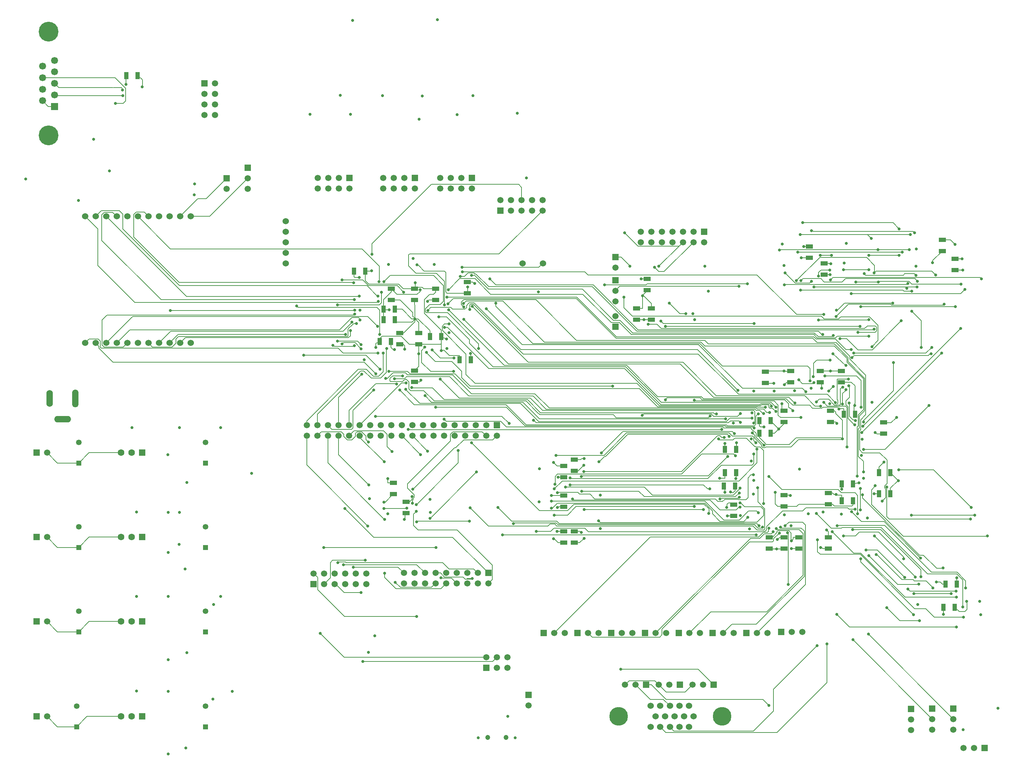
<source format=gbl>
%FSLAX44Y44*%
%MOMM*%
G71*
G01*
G75*
G04 Layer_Physical_Order=4*
G04 Layer_Color=16711680*
%ADD10R,2.0000X1.8000*%
%ADD11R,2.0000X3.5000*%
%ADD12R,1.5000X2.0000*%
%ADD13R,1.2000X2.0000*%
%ADD14R,1.0000X2.0000*%
%ADD15R,0.7000X2.0000*%
%ADD16O,2.1000X0.4500*%
%ADD17R,1.7000X1.1000*%
%ADD18R,2.0000X3.3000*%
%ADD19R,2.0000X2.5000*%
%ADD20R,0.5000X3.1000*%
%ADD21O,0.2500X1.5500*%
%ADD22O,1.5500X0.2500*%
%ADD23O,1.7000X0.3500*%
%ADD24R,1.5500X0.5500*%
%ADD25R,1.2000X1.2000*%
%ADD26R,2.1000X1.4000*%
%ADD27O,2.5400X0.3000*%
%ADD28O,0.3000X2.5400*%
%ADD29R,1.5500X0.4500*%
%ADD30R,1.1000X1.7000*%
%ADD31R,1.4000X2.1000*%
%ADD32R,1.2000X1.2000*%
%ADD33C,0.1500*%
%ADD34C,1.5240*%
%ADD35C,4.5000*%
%ADD36R,1.6000X1.6000*%
%ADD37C,1.6000*%
%ADD38C,1.6900*%
%ADD39R,1.6900X1.6900*%
%ADD40C,4.7600*%
%ADD41O,1.5240X4.3180*%
%ADD42O,4.0640X1.5240*%
%ADD43O,1.5240X4.0640*%
%ADD44C,1.5000*%
%ADD45R,1.5000X1.5000*%
%ADD46R,1.5000X1.5000*%
%ADD47C,1.2000*%
%ADD48R,1.2500X1.2500*%
%ADD49C,1.3500*%
%ADD50C,0.7100*%
%ADD51C,1.0160*%
%ADD52C,0.2540*%
%ADD53C,2.0160*%
%ADD54C,2.2060*%
%ADD55C,4.2160*%
%ADD56C,1.9160*%
%ADD57C,2.0160*%
G04:AMPARAMS|DCode=58|XSize=2.524mm|YSize=2.524mm|CornerRadius=0mm|HoleSize=0mm|Usage=FLASHONLY|Rotation=0.000|XOffset=0mm|YOffset=0mm|HoleType=Round|Shape=Relief|Width=0.254mm|Gap=0.254mm|Entries=4|*
%AMTHD58*
7,0,0,2.5240,2.0160,0.2540,45*
%
%ADD58THD58*%
G04:AMPARAMS|DCode=59|XSize=2.424mm|YSize=2.424mm|CornerRadius=0mm|HoleSize=0mm|Usage=FLASHONLY|Rotation=0.000|XOffset=0mm|YOffset=0mm|HoleType=Round|Shape=Relief|Width=0.254mm|Gap=0.254mm|Entries=4|*
%AMTHD59*
7,0,0,2.4240,1.9160,0.2540,45*
%
%ADD59THD59*%
%ADD60C,2.1060*%
%ADD61C,4.2760*%
%AMTHOVALD62*
21,1,2.7940,2.2860,0,0,270.0*
1,1,2.2860,0.0000,1.3970*
1,1,2.2860,0.0000,-1.3970*
21,0,2.7940,1.7780,0,0,270.0*
1,0,1.7780,0.0000,1.3970*
1,0,1.7780,0.0000,-1.3970*
4,0,4,-0.0898,1.3072,-0.8980,2.1154,-0.7184,2.2950,0.0898,1.4868,-0.0898,1.3072,0.0*
4,0,4,-0.0898,-1.4868,0.7184,-2.2950,0.8980,-2.1154,0.0898,-1.3072,-0.0898,-1.4868,0.0*
4,0,4,-0.0898,1.4868,0.7184,2.2950,0.8980,2.1154,0.0898,1.3072,-0.0898,1.4868,0.0*
4,0,4,-0.0898,-1.3072,-0.8980,-2.1154,-0.7184,-2.2950,0.0898,-1.4868,-0.0898,-1.3072,0.0*
%
%ADD62THOVALD62*%

%ADD63O,4.3180X1.7780*%
%ADD64O,1.7780X4.3180*%
%ADD65C,1.9160*%
G04:AMPARAMS|DCode=66|XSize=2.424mm|YSize=2.424mm|CornerRadius=0mm|HoleSize=0mm|Usage=FLASHONLY|Rotation=0.000|XOffset=0mm|YOffset=0mm|HoleType=Round|Shape=Relief|Width=0.254mm|Gap=0.254mm|Entries=4|*
%AMTHD66*
7,0,0,2.4240,1.9160,0.2540,45*
%
%ADD66THD66*%
%ADD67C,1.7660*%
%ADD68C,1.8160*%
G04:AMPARAMS|DCode=69|XSize=2.274mm|YSize=2.274mm|CornerRadius=0mm|HoleSize=0mm|Usage=FLASHONLY|Rotation=0.000|XOffset=0mm|YOffset=0mm|HoleType=Round|Shape=Relief|Width=0.254mm|Gap=0.254mm|Entries=4|*
%AMTHD69*
7,0,0,2.2740,1.7660,0.2540,45*
%
%ADD69THD69*%
G04:AMPARAMS|DCode=70|XSize=1.824mm|YSize=1.824mm|CornerRadius=0mm|HoleSize=0mm|Usage=FLASHONLY|Rotation=0.000|XOffset=0mm|YOffset=0mm|HoleType=Round|Shape=Relief|Width=0.254mm|Gap=0.254mm|Entries=4|*
%AMTHD70*
7,0,0,1.8240,1.3160,0.2540,45*
%
%ADD70THD70*%
%ADD71C,1.3160*%
G04:AMPARAMS|DCode=72|XSize=2.524mm|YSize=2.524mm|CornerRadius=0mm|HoleSize=0mm|Usage=FLASHONLY|Rotation=0.000|XOffset=0mm|YOffset=0mm|HoleType=Round|Shape=Relief|Width=0.254mm|Gap=0.254mm|Entries=4|*
%AMTHD72*
7,0,0,2.5240,2.0160,0.2540,45*
%
%ADD72THD72*%
G04:AMPARAMS|DCode=73|XSize=2.614mm|YSize=2.614mm|CornerRadius=0mm|HoleSize=0mm|Usage=FLASHONLY|Rotation=0.000|XOffset=0mm|YOffset=0mm|HoleType=Round|Shape=Relief|Width=0.254mm|Gap=0.254mm|Entries=4|*
%AMTHD73*
7,0,0,2.6140,2.1060,0.2540,45*
%
%ADD73THD73*%
G04:AMPARAMS|DCode=74|XSize=4.784mm|YSize=4.784mm|CornerRadius=0mm|HoleSize=0mm|Usage=FLASHONLY|Rotation=0.000|XOffset=0mm|YOffset=0mm|HoleType=Round|Shape=Relief|Width=0.254mm|Gap=0.254mm|Entries=4|*
%AMTHD74*
7,0,0,4.7840,4.2760,0.2540,45*
%
%ADD74THD74*%
%ADD75O,1.7780X4.5720*%
%AMTHOVALD76*
21,1,2.5400,2.2860,0,0,180.0*
1,1,2.2860,1.2700,0.0000*
1,1,2.2860,-1.2700,0.0000*
21,0,2.5400,1.7780,0,0,180.0*
1,0,1.7780,1.2700,0.0000*
1,0,1.7780,-1.2700,0.0000*
4,0,4,1.1802,0.0898,1.9884,0.8980,2.1680,0.7184,1.3598,-0.0898,1.1802,0.0898,0.0*
4,0,4,-1.3598,0.0898,-2.1680,-0.7184,-1.9884,-0.8980,-1.1802,-0.0898,-1.3598,0.0898,0.0*
4,0,4,1.3598,0.0898,2.1680,-0.7184,1.9884,-0.8980,1.1802,-0.0898,1.3598,0.0898,0.0*
4,0,4,-1.1802,0.0898,-1.9884,0.8980,-2.1680,0.7184,-1.3598,-0.0898,-1.1802,0.0898,0.0*
%
%ADD76THOVALD76*%

%AMTHOVALD77*
21,1,2.5400,2.2860,0,0,90.0*
1,1,2.2860,0.0000,-1.2700*
1,1,2.2860,0.0000,1.2700*
21,0,2.5400,1.7780,0,0,90.0*
1,0,1.7780,0.0000,-1.2700*
1,0,1.7780,0.0000,1.2700*
4,0,4,0.0898,-1.1802,0.8980,-1.9884,0.7184,-2.1680,-0.0898,-1.3598,0.0898,-1.1802,0.0*
4,0,4,0.0898,1.3598,-0.7184,2.1680,-0.8980,1.9884,-0.0898,1.1802,0.0898,1.3598,0.0*
4,0,4,0.0898,-1.3598,-0.7184,-2.1680,-0.8980,-1.9884,-0.0898,-1.1802,0.0898,-1.3598,0.0*
4,0,4,0.0898,1.1802,0.8980,1.9884,0.7184,2.1680,-0.0898,1.3598,0.0898,1.1802,0.0*
%
%ADD77THOVALD77*%

G04:AMPARAMS|DCode=78|XSize=2.324mm|YSize=2.324mm|CornerRadius=0mm|HoleSize=0mm|Usage=FLASHONLY|Rotation=0.000|XOffset=0mm|YOffset=0mm|HoleType=Round|Shape=Relief|Width=0.254mm|Gap=0.254mm|Entries=4|*
%AMTHD78*
7,0,0,2.3240,1.8160,0.2540,45*
%
%ADD78THD78*%
D17*
X1624330Y1936280D02*
D03*
Y1909280D02*
D03*
X2386330Y1396200D02*
D03*
Y1423200D02*
D03*
X1441450Y1892770D02*
D03*
Y1919770D02*
D03*
X1497330D02*
D03*
Y1892770D02*
D03*
X1548130Y1919770D02*
D03*
Y1892770D02*
D03*
X1507490Y1786090D02*
D03*
Y1813090D02*
D03*
X1461770D02*
D03*
Y1786090D02*
D03*
X1497330Y1722920D02*
D03*
Y1695920D02*
D03*
X1446530Y1425410D02*
D03*
Y1452410D02*
D03*
X1856740Y1308570D02*
D03*
Y1335570D02*
D03*
X1882140D02*
D03*
Y1308570D02*
D03*
Y1508290D02*
D03*
Y1481290D02*
D03*
X1856740Y1466050D02*
D03*
Y1493050D02*
D03*
Y1421930D02*
D03*
Y1394930D02*
D03*
X2482850Y1953730D02*
D03*
Y1980730D02*
D03*
X2797810Y1992160D02*
D03*
Y1965160D02*
D03*
X2057400Y1943900D02*
D03*
Y1916900D02*
D03*
X2067560Y1845780D02*
D03*
Y1872780D02*
D03*
X2032000Y1845780D02*
D03*
Y1872780D02*
D03*
X2341880Y1693380D02*
D03*
Y1720380D02*
D03*
X2402840Y1694650D02*
D03*
Y1721650D02*
D03*
X2473960Y1694650D02*
D03*
Y1721650D02*
D03*
X2524760Y1694650D02*
D03*
Y1721650D02*
D03*
X2498090Y1599400D02*
D03*
Y1626400D02*
D03*
X2626360Y1571460D02*
D03*
Y1598460D02*
D03*
X2386330Y1626400D02*
D03*
Y1599400D02*
D03*
X2265680Y1400340D02*
D03*
Y1373340D02*
D03*
X2493010Y1401280D02*
D03*
Y1428280D02*
D03*
Y1294600D02*
D03*
Y1321600D02*
D03*
X2421890Y1294600D02*
D03*
Y1321600D02*
D03*
X2386330Y1294600D02*
D03*
Y1321600D02*
D03*
X2350770Y1294600D02*
D03*
Y1321600D02*
D03*
X2447290Y1994370D02*
D03*
Y2021370D02*
D03*
X2767330Y2010880D02*
D03*
Y2037880D02*
D03*
X1477010Y1379690D02*
D03*
Y1406690D02*
D03*
D30*
X804380Y2433320D02*
D03*
X831380D02*
D03*
X1561630Y1804670D02*
D03*
X1534630D02*
D03*
X1378750Y1962150D02*
D03*
X1351750D02*
D03*
X2525230Y1450340D02*
D03*
X2552230D02*
D03*
X2327110Y1602740D02*
D03*
X2354110D02*
D03*
X1449870Y1870710D02*
D03*
X1422870D02*
D03*
X1449870Y1845310D02*
D03*
X1422870D02*
D03*
X1413980Y1793240D02*
D03*
X1440980D02*
D03*
X1605750Y1748790D02*
D03*
X1632750D02*
D03*
X2802420Y1209040D02*
D03*
X2775420D02*
D03*
X2557310Y1617980D02*
D03*
X2530310D02*
D03*
X2354110Y1572260D02*
D03*
X2327110D02*
D03*
X2269020Y1445000D02*
D03*
X2242020D02*
D03*
X2271560Y1477010D02*
D03*
X2244560D02*
D03*
Y1532890D02*
D03*
X2271560D02*
D03*
X2642400Y1426210D02*
D03*
X2615400D02*
D03*
X2642400Y1477010D02*
D03*
X2615400D02*
D03*
X2552230Y1409700D02*
D03*
X2525230D02*
D03*
X2797340Y1153160D02*
D03*
X2770340D02*
D03*
D33*
X2520000Y1630000D02*
Y1631000D01*
X2519250Y1629250D02*
X2520000Y1630000D01*
X1547270Y1744980D02*
X1587500D01*
X1526125Y1766125D02*
X1547270Y1744980D01*
X1841500Y1393000D02*
Y1394000D01*
X2321000Y1384500D02*
X2324750Y1380750D01*
X2301186Y1384500D02*
X2321000D01*
X2279186Y1362500D02*
X2301186Y1384500D01*
X1840021Y1348740D02*
X2312453D01*
X2293349Y1351534D02*
X2315718D01*
X2292254Y1354328D02*
X2321560D01*
X2291787Y1357750D02*
X2321680D01*
X2293315Y1351500D02*
X2293349Y1351534D01*
X2292176Y1354250D02*
X2292254Y1354328D01*
X2291037Y1357000D02*
X2291787Y1357750D01*
X2312453Y1348740D02*
X2321876Y1339317D01*
X2315718Y1351534D02*
X2323592Y1343660D01*
X1915750Y1334750D02*
X2334415D01*
X1907348Y1343152D02*
X1915750Y1334750D01*
X1832864Y1343152D02*
X1907348D01*
X2341074Y1335742D02*
X2344712Y1339380D01*
X2335407Y1335742D02*
X2341074D01*
X2334415Y1334750D02*
X2335407Y1335742D01*
X2291556Y1395000D02*
X2331000D01*
X2337568Y1388432D01*
Y1373638D02*
Y1388432D01*
X2281682Y1404874D02*
X2291556Y1395000D01*
X2321680Y1357750D02*
X2337568Y1373638D01*
X2314000Y1517456D02*
Y1522000D01*
X1838250Y1518750D02*
X1953611D01*
X2314028Y1554222D02*
X2318750Y1549500D01*
X2314028Y1554222D02*
Y1555714D01*
Y1562774D01*
X2257848Y1601891D02*
X2277959D01*
X2253190Y1597233D02*
X2257848Y1601891D01*
X2277959D02*
X2281936Y1597914D01*
X2250131Y1590119D02*
X2315506D01*
X2247541Y1592709D02*
X2250131Y1590119D01*
X1766134Y1592709D02*
X2247541D01*
X2455750Y1691750D02*
X2458375Y1694375D01*
X2431000Y1691750D02*
X2455750D01*
X2422250Y1700500D02*
X2431000Y1691750D01*
X2457500Y1740204D02*
X2465070Y1747774D01*
X2457500Y1708500D02*
Y1740204D01*
X2492897Y1634615D02*
X2493062Y1634450D01*
X2480272Y1634615D02*
X2492897D01*
X2494036Y1637365D02*
X2494201Y1637200D01*
X2491151Y1637365D02*
X2494036D01*
X2494280Y1653794D02*
X2507958Y1640116D01*
X2471166Y1653794D02*
X2494280D01*
X2519250Y1629250D02*
Y1630457D01*
X2519873Y1631080D01*
X2540047Y1392500D02*
X2543594Y1388954D01*
X2439250Y1392500D02*
X2540047D01*
X2431800Y1385050D02*
X2439250Y1392500D01*
X2383270Y1385050D02*
X2431800D01*
X1834134Y1438134D02*
X1853198Y1457198D01*
X2268203D01*
X1835500Y1447192D02*
X1837558Y1449250D01*
X1835912D02*
X1837558D01*
X1835912D02*
Y1468120D01*
X931926Y1927352D02*
X1382951D01*
X795528Y2063750D02*
X931926Y1927352D01*
X1217676Y1874774D02*
X1407414D01*
X1414250Y1867938D01*
X1485500Y2003500D02*
X1701240D01*
X1483250Y2001250D02*
X1485500Y2003500D01*
X1483250Y1975214D02*
Y2001250D01*
X1701240Y2003500D02*
X1805940Y2108200D01*
X1483250Y1975214D02*
X1501394Y1957070D01*
X1798066Y1385570D02*
X1865630D01*
X1634490Y1549146D02*
X1798066Y1385570D01*
X1865630D02*
X1881086Y1401026D01*
X2543250Y1645000D02*
X2544000D01*
X2545250Y1644500D01*
X2535250Y1640589D02*
X2540718Y1635121D01*
X2535250Y1640589D02*
Y1649500D01*
X2544000Y1658250D01*
X2540718Y1607532D02*
Y1635121D01*
Y1607532D02*
X2555455Y1592795D01*
X2544000Y1658250D02*
Y1684750D01*
X2763000Y1213500D02*
X2767460Y1209040D01*
X2755000Y1213500D02*
X2763000D01*
X2753250Y1211750D02*
X2755000Y1213500D01*
X2404000Y1312750D02*
Y1331914D01*
X2404250Y1313000D02*
X2408250Y1317000D01*
Y1321600D01*
X1805699Y1627051D02*
X2313449D01*
X1814439Y1629801D02*
X2317351D01*
X1821595Y1632551D02*
X2320101D01*
X2082449Y1635301D02*
X2322851D01*
X2086948Y1638052D02*
X2324348D01*
X2090448Y1640802D02*
X2328352D01*
X2316500Y1614523D02*
Y1624000D01*
X2313449Y1627051D02*
X2316500Y1624000D01*
X1776162Y1656588D02*
X1805699Y1627051D01*
X2316486Y1614509D02*
X2316500Y1614523D01*
X2316486Y1599444D02*
Y1614509D01*
X2313686Y1596644D02*
X2316486Y1599444D01*
X2381500Y1631230D02*
Y1642750D01*
Y1631230D02*
X2386330Y1626400D01*
X2393151Y1647349D02*
Y1647599D01*
X2388200Y1652550D02*
X2393151Y1647599D01*
X2189736Y1652550D02*
X2388200D01*
X2397760Y1634744D02*
Y1642740D01*
X2393151Y1647349D02*
X2397760Y1642740D01*
X2398679Y1648321D02*
Y1648571D01*
X2391949Y1655301D02*
X2398679Y1648571D01*
X2192487Y1655301D02*
X2391949D01*
X2407684Y1639316D02*
X2448306D01*
X2398679Y1648321D02*
X2407684Y1639316D01*
X2398380Y1658620D02*
X2412050Y1644950D01*
X2217420Y1658620D02*
X2398380D01*
X2448306Y1639316D02*
X2455634Y1631988D01*
X795000Y2398250D02*
Y2401250D01*
X792250Y2404000D02*
X795000Y2401250D01*
X2365750Y1402086D02*
Y1429500D01*
Y1402086D02*
X2371636Y1396200D01*
X2038302Y1679448D02*
X2082449Y1635301D01*
X1630746Y1679448D02*
X2038302D01*
X2032852Y1692148D02*
X2086948Y1638052D01*
X1642872Y1692148D02*
X2032852D01*
X2003288Y1727962D02*
X2090448Y1640802D01*
X1676252Y1727962D02*
X2003288D01*
X1787106Y1609052D02*
Y1609144D01*
X1752445Y1643805D02*
X1787106Y1609144D01*
X1509945Y1643805D02*
X1752445D01*
X1798619Y1606631D02*
X2245861D01*
X1758426Y1646824D02*
X1798619Y1606631D01*
X1538590Y1646824D02*
X1758426D01*
X1798750Y1616500D02*
X1975750D01*
X1792586Y1622664D02*
X1798750Y1616500D01*
X1792586Y1622664D02*
Y1622664D01*
X1975750Y1616500D02*
X1982868Y1609382D01*
X2205012D01*
X1765676Y1649574D02*
X1792586Y1622664D01*
X1544730Y1649574D02*
X1765676D01*
X1801045Y1621455D02*
X2217085D01*
X1769061Y1653439D02*
X1801045Y1621455D01*
X1568805Y1653439D02*
X1769061D01*
X1605026Y1656588D02*
X1776162D01*
X2048980Y1618704D02*
X2211362D01*
X2270000Y1419500D02*
X2278000Y1427500D01*
X2050394Y1419500D02*
X2270000D01*
X2342760Y1692500D02*
X2360500D01*
X2341880Y1693380D02*
X2342760Y1692500D01*
X2286341Y1680210D02*
X2391896D01*
X2382100Y1626250D02*
X2391500D01*
X2415206Y1560750D02*
X2524500D01*
X2421500Y1556750D02*
X2525000D01*
X2511298Y1619250D02*
X2527000Y1603548D01*
Y1559352D02*
Y1603548D01*
Y1559352D02*
X2527250Y1559102D01*
Y1558250D02*
Y1559102D01*
X2568448Y1531874D02*
Y1577594D01*
X2565487Y1516293D02*
Y1582127D01*
X2562737Y1468735D02*
Y1587142D01*
X2568448Y1531874D02*
X2575560Y1524762D01*
X2568448Y1577594D02*
X2570988Y1580134D01*
X2565487Y1516293D02*
X2577846Y1503934D01*
X2565487Y1582127D02*
X2567752Y1584391D01*
X2562737Y1587142D02*
X2565002Y1589406D01*
X2603710Y1426210D02*
X2615400D01*
X2489750Y1338500D02*
X2493010Y1335240D01*
Y1321600D02*
Y1335240D01*
X2400331Y1422500D02*
X2401500D01*
X2399630Y1423200D02*
X2400331Y1422500D01*
X2371636Y1396200D02*
X2386330D01*
X2398388Y1337526D02*
X2404000Y1331914D01*
X2277449Y1411750D02*
X2286711D01*
X2276278Y1412920D02*
X2277449Y1411750D01*
X2264782Y1422599D02*
X2281936Y1439753D01*
X2269250Y1433459D02*
Y1444220D01*
X2264290Y1428500D02*
X2269250Y1433459D01*
X2256750Y1428500D02*
X2264290D01*
X2235920Y1415670D02*
X2277170D01*
Y1416170D01*
X2234000Y1413750D02*
X2235920Y1415670D01*
X1378750Y1962150D02*
X1393150D01*
X1419640Y1805250D02*
X1465470D01*
X1413250Y1798860D02*
X1419640Y1805250D01*
X1465470D02*
X1484630Y1786090D01*
X1507490D01*
X1561630Y1771358D02*
Y1787479D01*
X1561750Y1771500D02*
X1568500D01*
X1581228Y1758772D01*
X1590281Y1758912D02*
X1605610D01*
X1605750Y1758772D01*
X1581228D02*
X1590141D01*
X1590281Y1758912D01*
X1840250Y1336000D02*
X1843010D01*
X1840430Y1335570D02*
X1856740D01*
X1895070Y1308570D02*
X1905500Y1319000D01*
X1882140Y1308570D02*
X1895070D01*
X1841500Y1393500D02*
X1842510D01*
X1843439Y1394930D01*
X1828000Y1390250D02*
X1841527Y1403777D01*
X1832000Y1502000D02*
X1840950Y1493050D01*
X1856740D01*
X1891290Y1481290D02*
X1904750Y1494750D01*
X1882140Y1481290D02*
X1891290D01*
X1994560Y1996440D02*
X2016500Y1974500D01*
X1981200Y1996440D02*
X1994560D01*
X2042750Y1943750D02*
X2043949D01*
X2044099Y1943900D01*
X2482850Y1980730D02*
X2498770D01*
X2743750Y1982500D02*
Y1987300D01*
Y1982250D02*
Y1982500D01*
Y1987300D02*
X2767330Y2010880D01*
X2797810Y1965160D02*
X2816840D01*
X2826750Y1147500D02*
Y1167500D01*
X2821750Y1142500D02*
X2826750Y1147500D01*
X2808000Y1142500D02*
X2821750D01*
X2797340Y1153160D02*
X2808000Y1142500D01*
X2753000Y1211750D02*
X2753250D01*
X2767460Y1209040D02*
X2775420D01*
X2559000Y1935750D02*
X2568354D01*
X2244560Y1464310D02*
Y1477010D01*
X2244250Y1464000D02*
X2244560Y1464310D01*
X2231500Y1464000D02*
X2244250D01*
X2380488Y1343406D02*
X2428240D01*
X2377948Y1345946D02*
X2380488Y1343406D01*
X2372614Y1615440D02*
Y1640078D01*
X2362962Y1649730D02*
X2372614Y1640078D01*
X1351000Y1856250D02*
X1353500Y1858750D01*
X757954Y1856250D02*
X1351000D01*
X745998Y1844294D02*
X757954Y1856250D01*
X1344346Y1852968D02*
X1384877D01*
X1347052Y1850217D02*
X1362629D01*
X1351849Y1836500D02*
X1356517D01*
X1349049Y1833700D02*
X1351849Y1836500D01*
X1348560Y1833700D02*
X1349049D01*
X1337919Y1823059D02*
X1348560Y1833700D01*
X1356517Y1836500D02*
X1356691Y1836674D01*
X1343500Y1817146D02*
X1346010Y1819656D01*
X1343500Y1806877D02*
Y1817146D01*
X1338580Y1801957D02*
X1343500Y1806877D01*
Y1819250D02*
X1345603D01*
X2388870Y1929892D02*
X2682494D01*
X2685034Y1932432D01*
X2136320Y1859500D02*
X2150250D01*
X2110486Y1885334D02*
X2136320Y1859500D01*
X2513750Y1423000D02*
X2525230D01*
X2503770Y1428280D02*
X2507301Y1424750D01*
X2512000D01*
X2558500Y1602750D02*
Y1603714D01*
X2559304Y1604518D01*
X2555455Y1592795D02*
X2557272Y1594612D01*
X2557000Y1592500D02*
Y1594340D01*
X2513750Y1595750D02*
Y1597040D01*
X2511391Y1599400D02*
X2513750Y1597040D01*
X2524530Y1637030D02*
X2534920D01*
X2524530D02*
X2524550Y1637050D01*
X2517547D02*
X2524716D01*
X2516378Y1643659D02*
Y1651254D01*
X2516408Y1639800D02*
X2520925D01*
X2521965Y1640840D01*
X2530090Y1631500D02*
X2530310Y1631281D01*
X2492241Y1721750D02*
X2492341Y1721650D01*
X2473960D02*
X2492341D01*
X2492241Y1721750D02*
X2498250D01*
X2546956Y1773250D02*
X2548674Y1771533D01*
X2535644Y1773250D02*
X2546956D01*
X2510232Y1798662D02*
X2535644Y1773250D01*
X2548250Y1771956D02*
Y1773500D01*
X2365440Y1721750D02*
X2386500D01*
X2365341Y1721650D02*
X2365440Y1721750D01*
X2373875Y1582125D02*
X2374000Y1582250D01*
X2364010Y1572260D02*
X2373875Y1582125D01*
X2354110Y1601890D02*
X2373875Y1582125D01*
X2374000Y1582000D01*
X2354110Y1572260D02*
X2364010D01*
X2354110Y1601890D02*
Y1602740D01*
X2374000Y1582500D02*
X2386330Y1594830D01*
Y1599400D01*
X2316778Y1560453D02*
X2332774Y1544457D01*
X2316778Y1560453D02*
Y1566722D01*
X2319528Y1561592D02*
X2338324Y1542796D01*
X2319528Y1561592D02*
Y1571821D01*
X2311400Y1565402D02*
X2314028Y1562774D01*
X2310250Y1573250D02*
X2316778Y1566722D01*
X2312549Y1578800D02*
X2319528Y1571821D01*
X2319111Y1539500D02*
X2319261Y1539350D01*
X2316750Y1539500D02*
X2319111D01*
X2311256Y1544994D02*
X2316750Y1539500D01*
X2311234Y1544994D02*
X2311256D01*
X2337500Y1530750D02*
X2337750D01*
X2328900Y1539350D02*
X2337500Y1530750D01*
X2319261Y1539350D02*
X2328900D01*
X2244500Y1546250D02*
Y1547500D01*
Y1546250D02*
X2244560Y1546190D01*
X2277878Y1456950D02*
X2321560Y1500632D01*
X2268451Y1456950D02*
X2277878D01*
X2270750Y1462500D02*
Y1462899D01*
X2271560Y1463710D01*
X2307410Y1471750D02*
X2313250D01*
X2300478Y1464818D02*
X2307410Y1471750D01*
X2280750Y1439500D02*
X2281256D01*
X2281936Y1440180D01*
X2269250Y1444220D02*
X2271560Y1446530D01*
X2356420Y1330132D02*
X2360750Y1334462D01*
Y1334750D01*
X2371375Y1337526D02*
X2398388D01*
X2370549Y1336700D02*
X2371375Y1337526D01*
X2370518Y1336700D02*
X2370549D01*
X2369858Y1336040D02*
X2370518Y1336700D01*
X2368156Y1342250D02*
X2368250D01*
X2369858Y1332937D02*
Y1336040D01*
X2368500Y1293500D02*
X2385230D01*
X2386330Y1294600D01*
X2351870Y1293500D02*
X2368250D01*
X2350770Y1294600D02*
X2351870Y1293500D01*
X2404750Y1294250D02*
X2408240D01*
X2408589Y1294600D01*
X2474750Y1296750D02*
X2477559D01*
X2479709Y1294600D01*
X2597404Y1435862D02*
X2606250Y1444708D01*
Y1445750D01*
X2661410Y1458000D02*
X2662000D01*
X2660890D02*
X2661410D01*
X2642400Y1477010D02*
X2661410Y1458000D01*
X2642400Y1439510D02*
X2660890Y1458000D01*
X2787370Y2037880D02*
X2798500Y2026750D01*
X2767330Y2037880D02*
X2787370D01*
X2797810Y1992160D02*
X2815410D01*
X2604500Y1959000D02*
X2607500Y1962000D01*
X2604500Y1959000D02*
Y1975914D01*
X2585244Y1995170D02*
X2604500Y1975914D01*
X2742334Y1962000D02*
X2751328Y1953006D01*
X2607500Y1962000D02*
X2742334D01*
X2472690Y1995170D02*
X2585244D01*
X2549250Y1908250D02*
X2549414Y1908086D01*
X2811620D01*
X2428500Y1994250D02*
X2433870D01*
X2021998Y1853750D02*
X2476340D01*
X2096262Y1836166D02*
X2314702D01*
X2090674Y1841754D02*
X2096262Y1836166D01*
X2001266Y1874482D02*
X2021998Y1853750D01*
X2101596Y1829562D02*
X2569710D01*
X2090928Y1823974D02*
X2580856D01*
X2035594Y1821142D02*
X2602192D01*
X2080768Y1834134D02*
X2090928Y1823974D01*
X2580856D02*
X2587230Y1830348D01*
X1927606Y1929130D02*
X2035594Y1821142D01*
X2602192D02*
X2603500Y1822450D01*
X2032762Y1817370D02*
X2469642D01*
X1925066Y1925066D02*
X2032762Y1817370D01*
X2387500Y1929000D02*
X2387978D01*
X2388870Y1929892D01*
X2476340Y1853750D02*
X2482827Y1847263D01*
X1606404Y1944154D02*
X1609865D01*
X1579125Y1916875D02*
X1606404Y1944154D01*
X1610049Y1944338D02*
X1643380D01*
X1609865Y1944154D02*
X1610049Y1944338D01*
X1572750Y1912500D02*
Y1959120D01*
X1569974Y1880870D02*
Y1937512D01*
X1567180Y1889252D02*
Y1927860D01*
X1572750Y1912500D02*
X1575970Y1909280D01*
X1624330D01*
X1569720Y1962150D02*
X1572750Y1959120D01*
X1366250Y1844750D02*
X1367992D01*
X1368044Y1844802D01*
X1357115Y1836250D02*
X1358250D01*
X1356691Y1836674D02*
X1357115Y1836250D01*
X1404750Y1787782D02*
X1406398Y1789430D01*
X1404750Y1779400D02*
Y1787782D01*
X1403350Y1778000D02*
X1404750Y1779400D01*
X1403850Y1778500D02*
X1404750D01*
X1422146Y1763014D02*
X1422250Y1763118D01*
X1422146Y1720088D02*
Y1763014D01*
X1439710Y1792750D02*
X1440750Y1791710D01*
Y1778700D02*
Y1791710D01*
Y1778700D02*
X1445260Y1774190D01*
X1412710Y1789430D02*
Y1794960D01*
X1413250Y1795500D01*
Y1798860D01*
X1414250Y1807994D02*
Y1867938D01*
Y1807994D02*
X1414272Y1807972D01*
X1632000Y1762841D02*
Y1764250D01*
Y1762841D02*
X1632750Y1762090D01*
X1577594Y1826620D02*
X1676252Y1727962D01*
X1569974Y1826620D02*
X1577594D01*
X1540744Y1681500D02*
X1568805Y1653439D01*
X1490500Y1681500D02*
X1540744D01*
X1490500Y1682000D02*
Y1684302D01*
X1488000Y1674500D02*
X1519804D01*
X1484000Y1678500D02*
X1488000Y1674500D01*
X1484000Y1678500D02*
Y1695826D01*
X1519804Y1674500D02*
X1544730Y1649574D01*
X1478280Y1701546D02*
X1484000Y1695826D01*
X1476507Y1677243D02*
X1509945Y1643805D01*
X1476500Y1677243D02*
X1476507D01*
X1474395Y1704296D02*
X1477995Y1707896D01*
X1472791Y1704296D02*
X1474395D01*
X1471745Y1703250D02*
X1472791Y1704296D01*
X1449000Y1703250D02*
X1471745D01*
X1438750Y1697750D02*
X1440257Y1696243D01*
X1444928Y1709928D02*
X1468882D01*
X1438750Y1703750D02*
X1444928Y1709928D01*
X1438750Y1698000D02*
Y1703750D01*
X1440257Y1696243D02*
X1468628D01*
X1454571Y1690332D02*
Y1691299D01*
X1454658Y1691386D01*
X1446414Y1717914D02*
X1475606D01*
X1432250Y1703750D02*
X1446414Y1717914D01*
X1428000Y1703750D02*
X1432250D01*
X1513000Y1698289D02*
Y1700250D01*
X1510630Y1695920D02*
X1513000Y1698289D01*
X1412766Y1727734D02*
X1414500D01*
X1380788Y1759712D02*
X1412766Y1727734D01*
X1230884Y1759712D02*
X1380788D01*
X1414500Y1726500D02*
Y1727734D01*
X1449750Y1773250D02*
Y1773510D01*
X1449070Y1774190D02*
X1449750Y1773510D01*
X1528500Y1889500D02*
X1531770Y1892770D01*
X1548130D01*
X1521287Y1860804D02*
Y1893787D01*
Y1860804D02*
X1561630Y1820461D01*
X1521287Y1893787D02*
X1534110Y1906610D01*
X1543110D01*
X1548130Y1911630D01*
Y1919770D01*
X1491250Y1847250D02*
X1506500D01*
X1534630Y1819120D01*
Y1804670D02*
Y1819120D01*
X1499000Y1847000D02*
X1507490Y1838510D01*
Y1813090D02*
Y1838510D01*
X1498750Y1840750D02*
Y1846750D01*
X1471090Y1813090D02*
X1498750Y1840750D01*
X1461770Y1813090D02*
X1471090D01*
X1491500Y1839500D02*
X1498500Y1846500D01*
X1455680Y1839500D02*
X1491500D01*
X1449870Y1845310D02*
X1455680Y1839500D01*
X1467790Y1870710D02*
X1491250Y1847250D01*
X1449870Y1870710D02*
X1467790D01*
X1498750Y1847500D02*
Y1880500D01*
X1494000Y1852750D02*
X1498000Y1848750D01*
X1493500Y1852750D02*
X1494000D01*
X1493500D02*
Y1862000D01*
X1462730Y1892770D02*
X1493500Y1862000D01*
X1441450Y1892770D02*
X1462730D01*
X1497330Y1881920D02*
X1498750Y1880500D01*
X1497330Y1881920D02*
Y1892770D01*
X1425439Y1938189D02*
X1438986Y1951736D01*
X1543304D01*
X1387435Y1930908D02*
X1459776D01*
X1378750Y1939593D02*
X1387435Y1930908D01*
X1371202Y2015744D02*
X1412750Y1974196D01*
Y1939057D02*
Y1974196D01*
Y1939057D02*
X1414272Y1937535D01*
X1412500Y1937250D02*
X1413987D01*
X1414272Y1937535D01*
X1382951Y1927352D02*
X1408803Y1901500D01*
X1418250Y1886000D02*
Y1910500D01*
X1407462Y1886712D02*
X1409500Y1888750D01*
X824484Y1886712D02*
X1407462D01*
X1410500Y1889500D02*
X1411250Y1888750D01*
X1413120Y1880870D02*
X1418250Y1886000D01*
X1312418Y1880870D02*
X1413120D01*
X1363000Y1901250D02*
X1364750Y1899500D01*
X948630Y1901250D02*
X1363000D01*
X755650Y2094230D02*
X948630Y1901250D01*
X1353349Y1947250D02*
X1365000D01*
X1351750Y1948849D02*
X1353349Y1947250D01*
X1323594Y1941322D02*
X1372870D01*
X1953611Y1518750D02*
X2007758Y1572897D01*
X1897375Y1508250D02*
X1899875Y1510750D01*
X1890125Y1508250D02*
X1897375D01*
X1887625Y1510750D02*
X1890125Y1508250D01*
X1899875Y1510750D02*
X1906000D01*
X1881500D02*
X1887625D01*
X1919986Y1425448D02*
X1931460Y1413974D01*
X1894840Y1425448D02*
X1919986D01*
X1931460Y1413974D02*
X2221353D01*
X1827250Y1421930D02*
X1856740D01*
X1897511Y1333500D02*
X1899250D01*
X1895441Y1335570D02*
X1897511Y1333500D01*
X1709674Y1327404D02*
X2319710D01*
X1832250Y1318250D02*
X1833759D01*
X1843439Y1308570D01*
X1380998Y1556752D02*
X1386750Y1551000D01*
X1380998Y1556752D02*
Y1565402D01*
X1386500Y1551000D02*
Y1553632D01*
X1365000Y1562910D02*
X1424690Y1503220D01*
X1569000Y1605500D02*
X1573538Y1600962D01*
X1403604Y1612646D02*
X1707896D01*
X2770000Y1135119D02*
Y1136000D01*
Y1135119D02*
X2770340Y1134780D01*
X2748534Y1129030D02*
X2818638D01*
X2727706Y1149858D02*
X2748534Y1129030D01*
X2802500Y1221000D02*
Y1224000D01*
X2802250Y1220750D02*
X2802500Y1221000D01*
X2802250Y1217431D02*
Y1220750D01*
X2797808Y1191750D02*
X2798308Y1191250D01*
X2689776Y1191750D02*
X2797808D01*
X2685034Y1196492D02*
X2689776Y1191750D01*
X2800500Y1190250D02*
X2801000Y1190750D01*
X2816352Y1153922D02*
Y1218898D01*
X2800500Y1190250D02*
X2801372D01*
X2801620Y1190498D01*
X2802000Y1233250D02*
X2816352Y1218898D01*
X2802250Y1217431D02*
X2802420Y1217261D01*
X2732165Y1233250D02*
X2802000D01*
X2619977Y1345437D02*
X2732165Y1233250D01*
X2802839Y1237250D02*
X2823532Y1216557D01*
X2741228Y1237250D02*
X2802839D01*
X2628478Y1350000D02*
X2741228Y1237250D01*
X2722263Y1278508D02*
X2753771Y1247000D01*
X2769000D01*
Y1247500D01*
X2660416Y1207750D02*
X2710500D01*
X2590800Y1277366D02*
X2660416Y1207750D01*
X2744500Y1199500D02*
Y1200250D01*
X2728306Y1216444D02*
X2744500Y1200250D01*
X2700020Y1216444D02*
X2728306D01*
X843000Y2406000D02*
Y2422500D01*
X831450Y2434050D02*
X843000Y2422500D01*
X772500Y2404000D02*
X792250D01*
X802750Y2372250D02*
Y2402750D01*
X796620Y2366120D02*
X802750Y2372250D01*
X777964Y2366120D02*
X796620D01*
X777380Y2428120D02*
X802750Y2402750D01*
X803750Y2412750D02*
Y2432250D01*
X803500Y2412500D02*
X803750Y2412750D01*
X632170Y2384570D02*
X795000D01*
X602770Y2428120D02*
X777380D01*
X1619250Y1221000D02*
X1636000D01*
X1614490Y1225760D02*
X1619250Y1221000D01*
X1570044Y1225760D02*
X1614490D01*
X1560094Y1235710D02*
X1570044Y1225760D01*
X1624070Y1222000D02*
X1636750D01*
X1289050Y1500950D02*
X1425250Y1364750D01*
X1289050Y1500950D02*
Y1565910D01*
X1433000Y1452640D02*
Y1462500D01*
Y1452640D02*
X1433230Y1452410D01*
X1425500Y1404500D02*
X1446410Y1425410D01*
X1495250Y1377000D02*
X1501500Y1383250D01*
X1495250Y1350566D02*
Y1377000D01*
X1502000Y1399750D02*
X1504442Y1402192D01*
Y1401942D02*
Y1402192D01*
Y1401942D02*
X1602994Y1500494D01*
Y1530604D01*
X1495250Y1350566D02*
X1506474Y1339342D01*
X1477010Y1379690D02*
X1478690D01*
X1474871Y1375871D02*
X1478690Y1379690D01*
X1474871Y1364250D02*
Y1375871D01*
X1473500Y1364250D02*
X1474871D01*
X1492500Y1409861D02*
X1494250Y1411611D01*
X1492500Y1404000D02*
Y1409861D01*
X1481000Y1440250D02*
X1497050Y1424200D01*
Y1417701D02*
Y1424200D01*
X1494250Y1414901D02*
X1497050Y1417701D01*
X1494250Y1411611D02*
Y1414901D01*
X1491500Y1412750D02*
Y1420000D01*
X1485440Y1406690D02*
X1491500Y1412750D01*
X1477010Y1406690D02*
X1485440D01*
X1481000Y1440250D02*
Y1450000D01*
X1594299Y1537049D02*
X1596698D01*
X1493824Y1436574D02*
X1594299Y1537049D01*
X1481000Y1450000D02*
X1584198Y1553198D01*
Y1569720D01*
X1535532Y1367468D02*
X1646900Y1478836D01*
X1504000Y1359916D02*
X1629750D01*
X2557272Y1644142D02*
Y1685988D01*
X2557250Y1644120D02*
X2557272Y1644142D01*
X2271560Y1532890D02*
X2272030Y1545590D01*
X1422870Y1869186D02*
X1436878D01*
X1422870D02*
Y1870710D01*
Y1845310D02*
Y1869186D01*
X2612644Y2013712D02*
X2687828D01*
X2586990Y2050542D02*
X2596604Y2040928D01*
X2586990Y2050542D02*
X2690876D01*
X2425946D02*
X2586990D01*
X2613489Y1937982D02*
X2687395D01*
X2678430Y1924304D02*
X2681732Y1921002D01*
X2678430Y1924304D02*
X2707076D01*
X2458212D02*
X2678430D01*
X1561630Y1787479D02*
Y1802892D01*
X1569036Y1801622D01*
X1561630Y1802892D02*
Y1804670D01*
X1507490Y1763268D02*
Y1786250D01*
Y1733080D02*
Y1763268D01*
X1499108Y1920108D02*
Y1934750D01*
Y1919770D02*
Y1920108D01*
X1498770Y1919770D02*
X1499108D01*
X1497330D02*
X1498770D01*
X1499108Y1920108D02*
X1502111Y1923111D01*
X1498770Y1919770D02*
X1499108Y1920108D01*
X2335784Y930910D02*
X2350008Y916686D01*
X2103374Y930910D02*
X2335784D01*
X2067814Y966470D02*
X2103374Y930910D01*
X2054860Y966470D02*
X2067814D01*
X1280160Y1209040D02*
X1294892Y1223772D01*
Y1260602D01*
X1300480Y1266190D01*
X1379301D01*
X1301496Y1783842D02*
X1304368Y1780970D01*
X1351202D01*
X1352804Y1782572D01*
X2313940Y1499108D02*
Y1517396D01*
X2309876Y1495044D02*
X2313940Y1499108D01*
X2235708Y1495044D02*
X2309876D01*
X2203196Y1462532D02*
X2235708Y1495044D01*
X1873504Y1462532D02*
X2203196D01*
X1871726Y1464310D02*
X1873504Y1462532D01*
X1898904Y1468120D02*
X1899920Y1469136D01*
X2204466D01*
X2251456Y1516126D01*
X1877568Y1414018D02*
X1880362Y1411224D01*
X2202688Y1437894D02*
X2207768D01*
X2192782Y1447800D02*
X2202688Y1437894D01*
X1871980Y1447800D02*
X2192782D01*
X1906016Y1388618D02*
X2192250D01*
X1790365Y1597233D02*
X2253190D01*
X1784096Y1603502D02*
X1790365Y1597233D01*
X2563876Y1376680D02*
Y1422400D01*
X2557526Y1428750D02*
X2563876Y1422400D01*
X2524506Y1428750D02*
X2557526D01*
X2516886Y1436370D02*
X2524506Y1428750D01*
X2381250Y1436370D02*
X2516886D01*
X2350008Y1467612D02*
X2381250Y1436370D01*
X2170684Y1651762D02*
X2171192D01*
X2173224Y1649730D01*
X2569972Y1387602D02*
Y1439164D01*
X2085594Y1973834D02*
X2134108Y2022348D01*
X2143760Y2032000D01*
X2035302Y2022348D02*
X2134108D01*
X2002790Y2054860D02*
X2035302Y2022348D01*
X1475606Y1717914D02*
X1480851Y1712669D01*
X1588971D01*
X1634892Y1666748D01*
X1787398D01*
X1821595Y1632551D01*
X2320101D02*
X2322641Y1630011D01*
X2319236Y1613370D02*
X2324608Y1618742D01*
X2319236Y1593850D02*
Y1613370D01*
X1717855Y1640987D02*
X1766134Y1592709D01*
X1497183Y1640987D02*
X1717855D01*
X1461722Y1676448D02*
X1497183Y1640987D01*
X1435862Y1721358D02*
X1480891D01*
X1486830Y1715419D01*
X1594775D01*
X1630746Y1679448D01*
X1468628Y1696243D02*
X1473931Y1701546D01*
X1478280D01*
X2205012Y1609382D02*
X2208784Y1613154D01*
X1787106Y1609052D02*
X1796175Y1599984D01*
X2247514D01*
X2255858Y1608328D01*
X1587500Y1744980D02*
X1611376Y1721104D01*
Y1706118D02*
Y1721104D01*
Y1706118D02*
X1631696Y1685798D01*
X1974342D01*
X2045208Y1614932D02*
X2048980Y1618704D01*
X2211362D02*
X2217420Y1612646D01*
X1522730Y1662684D02*
X1538590Y1646824D01*
X1631188Y1392682D02*
X1675428Y1348442D01*
X1818872D01*
X1823840Y1353411D01*
X1835351D01*
X2321876Y1339317D02*
X2338515D01*
X2340318Y1341120D01*
Y1390172D01*
X2321560Y1354328D02*
X2326640Y1349248D01*
X1731329Y1360359D02*
X1839404D01*
X1698498Y1393190D02*
X1731329Y1360359D01*
X2332228Y1343660D02*
X2334768Y1346200D01*
X2323592Y1343660D02*
X2332228D01*
X1737669Y1356161D02*
X1838101D01*
X1735582Y1354074D02*
X1737669Y1356161D01*
X1621536Y1713484D02*
X1642872Y1692148D01*
X1621536Y1713484D02*
Y1762506D01*
X1564386Y1819656D02*
X1621536Y1762506D01*
X1564386Y1819656D02*
Y1829562D01*
X1569720Y1834896D01*
X1580896D01*
X2136902Y1739138D02*
X2217420Y1658620D01*
X1723430Y1739138D02*
X2136902D01*
X1615948Y1846620D02*
X1723430Y1739138D01*
X2565002Y1589406D02*
Y1616058D01*
X2577809Y1628864D01*
X2187194Y1790954D02*
X2196022Y1782126D01*
X1809750Y1790954D02*
X2187194D01*
X1709966Y1890738D02*
X1809750Y1790954D01*
X1621765Y1890738D02*
X1709966D01*
X1615706Y1884680D02*
X1621765Y1890738D01*
X2577846Y1478534D02*
Y1503934D01*
X2567752Y1584391D02*
Y1613504D01*
X2580559Y1626311D01*
X2507488Y1787144D02*
X2540571Y1754061D01*
X2204466Y1787144D02*
X2507488D01*
X2195830Y1795780D02*
X2204466Y1787144D01*
X1887220Y1795780D02*
X2195830D01*
X1789511Y1893489D02*
X1887220Y1795780D01*
X1615867Y1893489D02*
X1789511D01*
X1610106Y1887728D02*
X1615867Y1893489D01*
X1610106Y1882140D02*
Y1887728D01*
Y1882140D02*
X1615948Y1876298D01*
X2461298Y1637538D02*
X2474722D01*
X2436406Y1662430D02*
X2461298Y1637538D01*
X1771396Y1742694D02*
X2143252D01*
X1636522Y1877568D02*
X1771396Y1742694D01*
X1680940Y1906778D02*
X1902562D01*
X1971040Y1838300D01*
X1990700D01*
X2019504Y1809496D01*
X2458375D01*
X2466458Y1801412D01*
X2510201D01*
X2514437Y1805648D01*
X2590800D01*
X2463708Y1798662D02*
X2510232D01*
X2458368Y1804002D02*
X2463708Y1798662D01*
X1983313Y1804002D02*
X2458368D01*
X1887903Y1899412D02*
X1983313Y1804002D01*
X1575600Y1899412D02*
X1887903D01*
X1634714Y1952244D02*
X1642364D01*
X1675638Y1918970D01*
X1901444D01*
X1976374Y1844040D01*
X1992376D01*
X2022856Y1813560D01*
X2459811D01*
X2468918Y1804454D01*
X2502432D01*
X2504941Y1806963D01*
X2482245Y1858323D02*
X2482558Y1858010D01*
X2416751Y1858323D02*
X2482245D01*
X1613154Y1960545D02*
X1907621D01*
X2477008Y1810004D02*
X2479548D01*
X2469642Y1817370D02*
X2477008Y1810004D01*
X1675892Y1925066D02*
X1925066D01*
X1645158Y1955800D02*
X1675892Y1925066D01*
X1642326Y1955800D02*
X1645158D01*
X1640332Y1957794D02*
X1642326Y1955800D01*
X1626078Y1957794D02*
X1640332D01*
X1617988Y1949704D02*
X1626078Y1957794D01*
X1607566Y1949704D02*
X1617988D01*
X1670558Y1871472D02*
X1756664Y1785366D01*
X2181185D01*
X1692910Y1877568D02*
Y1885188D01*
Y1877568D02*
X1782318Y1788160D01*
X2184225D01*
X2238873Y1733512D01*
X2443480D01*
X2449087Y1727906D01*
Y1698500D02*
Y1727906D01*
X2005584Y1731772D02*
X2091144Y1646212D01*
X1686785Y1731772D02*
X2005584D01*
X1629719Y1788838D02*
X1686785Y1731772D01*
X1629719Y1788838D02*
Y1797249D01*
X1574800Y1852168D02*
X1629719Y1797249D01*
X1555750Y1852168D02*
X1574800D01*
X2077720Y1090930D02*
X2305812Y1319022D01*
X2328212D01*
X2339322Y1330132D01*
X2356420D01*
X2368750Y1340358D02*
X2423160D01*
X2432558Y1330960D01*
Y1229868D02*
Y1330960D01*
X2344928Y1142238D02*
X2432558Y1229868D01*
X2210308Y1142238D02*
X2344928D01*
X2159000Y1090930D02*
X2210308Y1142238D01*
X2428240Y1343406D02*
X2435352Y1336294D01*
Y1227517D02*
Y1336294D01*
X2319847Y1112012D02*
X2435352Y1227517D01*
X2261362Y1112012D02*
X2319847D01*
X2240280Y1090930D02*
X2261362Y1112012D01*
X2389124Y1348994D02*
X2398268Y1358138D01*
X2431288D01*
X2438146Y1351280D01*
Y1207516D02*
Y1351280D01*
X2321560Y1090930D02*
X2438146Y1207516D01*
X2360930Y955802D02*
X2465832Y1060704D01*
X2360930Y902970D02*
Y955802D01*
X2313178Y855218D02*
X2360930Y902970D01*
X2121582Y855218D02*
X2313178D01*
X2111930Y864870D02*
X2121582Y855218D01*
X1589278Y1321562D02*
X1675130Y1235710D01*
X1399794Y1321562D02*
X1589278D01*
X1330198Y1391158D02*
X1399794Y1321562D01*
X1312926Y1260602D02*
X1314196Y1261872D01*
X1331722D01*
X1333246Y1260348D01*
X1565148D01*
X1580286Y1245210D01*
X1640230D01*
X1649730Y1235710D01*
X1543304Y1951736D02*
X1567180Y1927860D01*
X1559560Y1881632D02*
X1567180Y1889252D01*
X1533690Y1881632D02*
X1559560D01*
X1524038Y1871980D02*
X1533690Y1881632D01*
X1524038Y1864360D02*
Y1871980D01*
Y1864360D02*
X1526286Y1862112D01*
X1577048D01*
X1651762Y1787398D01*
Y1775968D02*
Y1787398D01*
X1279398Y1296670D02*
X1549654D01*
X1536192Y1721104D02*
X1591818D01*
X1548130Y1235710D02*
X1560094D01*
X1559560Y1753362D02*
X1592580D01*
X1540256Y1772666D02*
X1559560Y1753362D01*
X1456182Y1927352D02*
X1471638Y1911896D01*
X1386840Y1927352D02*
X1456182D01*
X1372870Y1941322D02*
X1386840Y1927352D01*
X1326896Y1255522D02*
X1502918D01*
X1522730Y1235710D01*
X1441450Y1912112D02*
Y1919770D01*
X1422870Y1893532D02*
X1441450Y1912112D01*
X1422870Y1870710D02*
Y1893532D01*
X1470698Y1786090D02*
X1473708Y1783080D01*
Y1774432D02*
Y1783080D01*
X1755140Y2133600D02*
Y2164080D01*
X1748028Y2171192D02*
X1755140Y2164080D01*
X1538478Y2171192D02*
X1748028D01*
X1395222Y2027936D02*
X1538478Y2171192D01*
X1395222Y2003044D02*
Y2027936D01*
X1328420Y1032510D02*
X1670050D01*
X1270508Y1090422D02*
X1328420Y1032510D01*
X1312245Y1793494D02*
X1360424D01*
X1368806Y1785112D01*
X1685798Y1022858D02*
X1695450Y1032510D01*
X1373378Y1022858D02*
X1685798D01*
X1323086Y1786636D02*
X1326642Y1790192D01*
X1354582D01*
X1369314Y1775460D01*
X1707896Y1612646D02*
X1725168Y1595374D01*
X1796828Y1971548D02*
X1806480Y1981200D01*
X1611884Y1971548D02*
X1796828D01*
X1569720Y1880616D02*
X1569974Y1880870D01*
X1550416Y1957070D02*
X1569974Y1937512D01*
X1501394Y1957070D02*
X1550416D01*
X714610Y1525270D02*
X791210D01*
X689610Y1500270D02*
X714610Y1525270D01*
X638410Y1500270D02*
X689610D01*
X613410Y1525270D02*
X638410Y1500270D01*
X714610Y1322070D02*
X791210D01*
X689610Y1297070D02*
X714610Y1322070D01*
X638410Y1297070D02*
X689610D01*
X613410Y1322070D02*
X638410Y1297070D01*
X714610Y1118870D02*
X791210D01*
X689610Y1093870D02*
X714610Y1118870D01*
X638410Y1093870D02*
X689610D01*
X613410Y1118870D02*
X638410Y1093870D01*
X709530Y890270D02*
X791210D01*
X684530Y865270D02*
X709530Y890270D01*
X638410Y865270D02*
X684530D01*
X613410Y890270D02*
X638410Y865270D01*
X2552526Y1074594D02*
X2743200Y883920D01*
X2589530Y1088390D02*
X2794000Y883920D01*
X2598420Y1780540D02*
X2613080Y1795199D01*
Y1831591D01*
X2592239Y1852432D02*
X2613080Y1831591D01*
X2523034Y1852432D02*
X2592239D01*
X2517864Y1847263D02*
X2523034Y1852432D01*
X2482827Y1847263D02*
X2517864D01*
X2001266Y1874482D02*
Y1899412D01*
X2059940Y1834134D02*
X2080768D01*
X2587230Y1830348D02*
X2606040D01*
X2609088Y1827300D01*
Y1818132D02*
Y1827300D01*
X2606040Y1815084D02*
X2609088Y1818132D01*
X2564130Y1815084D02*
X2606040D01*
X1981200Y1915160D02*
X1991614Y1925574D01*
X1955038Y1928876D02*
X2054606D01*
X2057654Y1931924D01*
X1004570Y2094230D02*
X1096010Y2185670D01*
X958850Y2094230D02*
X1004570D01*
X1254760Y1234440D02*
X1264666Y1224534D01*
Y1195070D02*
Y1224534D01*
Y1195070D02*
X1328928Y1130808D01*
X1502410D01*
X616620Y2358870D02*
X631170D01*
X602770Y2372720D02*
X616620Y2358870D01*
X1584198Y1569720D02*
X1590040Y1575562D01*
X1660398D01*
X1670050Y1565910D01*
X1431544Y1540002D02*
X1443736Y1527810D01*
X1431544Y1540002D02*
Y1569720D01*
X1423104Y1578160D02*
X1431544Y1569720D01*
X1352100Y1578160D02*
X1423104D01*
X1339850Y1565910D02*
X1352100Y1578160D01*
X2590546Y2000504D02*
X2663642D01*
X2425946Y2050542D02*
X2586990D01*
X2485136Y1710182D02*
X2561183D01*
X2572258Y1699108D01*
Y1634490D02*
Y1699108D01*
X2694107Y1931271D02*
X2812500D01*
X2687395Y1937982D02*
X2694107Y1931271D01*
X2568374Y1935730D02*
X2613739D01*
X2811620Y1908086D02*
X2822194Y1918660D01*
X2498598Y1941322D02*
X2504224Y1946948D01*
X2858732D01*
X2861818Y1943862D01*
X2576576Y1588800D02*
X2812034Y1824258D01*
X2577846Y1533144D02*
X2629408D01*
X2735326Y1639062D01*
X2475738Y1964944D02*
X2496566D01*
X2469388Y1958594D02*
X2475738Y1964944D01*
X2469388Y1950212D02*
Y1958594D01*
X2469678Y1844512D02*
X2590256D01*
X2591054Y1845310D01*
X2530094Y1965390D02*
X2591054D01*
X2514092Y1702308D02*
X2541270D01*
X2514092Y1653540D02*
Y1702308D01*
Y1653540D02*
X2516378Y1651254D01*
X2464308Y1646936D02*
X2471166Y1653794D01*
X2494026Y1673352D02*
X2504948Y1684274D01*
X2541778Y1882394D02*
X2643011D01*
X2645639Y1879766D01*
X2769020D01*
X2771648Y1882394D01*
X2574036Y1573276D02*
X2766098Y1765338D01*
X2521289Y1800098D02*
X2536952D01*
X2564130Y1772920D01*
X2598890D01*
X2668524Y1842554D01*
X2649728Y1674622D02*
Y1742186D01*
X2577846Y1602740D02*
X2649728Y1674622D01*
X2577846Y1599438D02*
Y1602740D01*
X2552446Y1604518D02*
X2559304D01*
X2544102Y1612862D02*
X2552446Y1604518D01*
X2544102Y1612862D02*
Y1644750D01*
X2737866Y1763014D02*
X2740914D01*
X2733548Y1758696D02*
X2737866Y1763014D01*
X2555331Y1758696D02*
X2733548D01*
X2550414Y1753779D02*
X2555331Y1758696D01*
X2554224Y1764792D02*
X2728214D01*
X2742184Y1778762D01*
X2349754Y1343152D02*
X2350262Y1343660D01*
X2349754Y1335786D02*
Y1343152D01*
X2346960Y1332992D02*
X2349754Y1335786D01*
X2336546Y1332992D02*
X2346960D01*
X2325370Y1321816D02*
X2336546Y1332992D01*
X2064766Y1321816D02*
X2325370D01*
X1833880Y1090930D02*
X2064766Y1321816D01*
X1915160Y1090930D02*
X1924812Y1081278D01*
X2087880D01*
X2093214Y1086612D01*
Y1100074D01*
X2303780Y1310640D01*
X2358898D01*
X2361438Y1313180D01*
Y1317752D01*
X2375408Y1331722D01*
X2180336Y1003554D02*
X2217420Y966470D01*
X1993392Y1003554D02*
X2180336D01*
X2089030Y864870D02*
X2102492Y851408D01*
X2369312D01*
X2489708Y971804D01*
Y1064768D01*
X1561630Y1804670D02*
Y1820461D01*
X1569036Y1801622D02*
X1574500Y1799250D01*
X2502662Y1334770D02*
X2554224Y1283208D01*
X2823532Y1199320D02*
Y1216557D01*
X2575560Y1415796D02*
Y1423800D01*
Y1415796D02*
X2712848Y1278508D01*
X2722263D01*
X2715768Y1226820D02*
Y1243538D01*
X2619710Y1339596D02*
X2715768Y1243538D01*
X2551938Y1339596D02*
X2619710D01*
X2609949Y1279906D02*
X2670363Y1219492D01*
X2696972D01*
X2700020Y1216444D01*
X2604211Y1324597D02*
X2703154Y1225654D01*
X2610612Y1291082D02*
X2676652Y1225042D01*
X2584030Y1291082D02*
X2610612D01*
X2633472Y1152398D02*
X2665222Y1120648D01*
X2712212D01*
X2529332Y1324356D02*
X2558288D01*
X2567940Y1334008D01*
X2614623D01*
X2674620Y1274011D01*
Y1269962D02*
Y1274011D01*
X931164Y1935480D02*
X1351000D01*
X822198Y2044446D02*
X931164Y1935480D01*
X822198Y2044446D02*
Y2098548D01*
X828040Y2104390D01*
X847090D01*
X857250Y2094230D01*
X929078Y1810258D02*
X1331976D01*
X908050Y1789230D02*
X929078Y1810258D01*
X933450Y1789230D02*
X946177Y1801957D01*
X1338580D01*
X771398Y2103882D02*
X781050Y2094230D01*
X751078Y2103882D02*
X771398D01*
X745236Y2098040D02*
X751078Y2103882D01*
X745236Y2036318D02*
Y2098040D01*
Y2036318D02*
X887984Y1893570D01*
X1352804D01*
X857250Y1789230D02*
X866870Y1779610D01*
X914400D01*
X923798Y1789008D01*
Y1798828D01*
X929678Y1804708D01*
X1336040D01*
X1337919Y1806587D01*
Y1823059D01*
X909774Y1867154D02*
X1353000D01*
X796830Y1779610D02*
X806450Y1789230D01*
X751246Y1779610D02*
X796830D01*
X745998Y1784858D02*
X751246Y1779610D01*
X745998Y1784858D02*
Y1844294D01*
X730250Y1789230D02*
X738553Y1780927D01*
Y1777236D02*
Y1780927D01*
Y1777236D02*
X772420Y1743370D01*
X1376642D01*
X1404750Y1715262D01*
X704850Y1789230D02*
X714702Y1799082D01*
X736600D01*
X741680Y1794002D01*
Y1778891D02*
Y1794002D01*
Y1778891D02*
X743712Y1776859D01*
X1313813D01*
X1325880Y1764792D01*
X1409192D01*
X2673604Y1323848D02*
X2875750D01*
X2597404Y1400048D02*
X2673604Y1323848D01*
X2597404Y1400048D02*
Y1435862D01*
X2662428Y1484200D02*
X2746424D01*
X2837180Y1393444D01*
X2699004Y1185672D02*
X2789174D01*
X1214120Y1878330D02*
X1217676Y1874774D01*
X1457960Y1249680D02*
X1471930Y1235710D01*
X1350010Y1249680D02*
X1457960D01*
X2358521Y1321600D02*
X2369858Y1332937D01*
X2350770Y1321600D02*
X2358521D01*
X1790700Y1335532D02*
X1825244D01*
X1832864Y1343152D01*
X2344712Y1339380D02*
Y1346492D01*
X2543594Y1388954D02*
X2557412D01*
X2370490Y1316520D02*
X2371290D01*
X2376370Y1321600D01*
X2386330D01*
X2552140Y1450250D02*
X2566750Y1452250D01*
X2467356Y1287018D02*
Y1315466D01*
Y1287018D02*
X2473960Y1280414D01*
X2628138Y1359154D02*
X2715514Y1271778D01*
X2573274Y1359154D02*
X2628138D01*
X2549144Y1383284D02*
X2573274Y1359154D01*
X2101062Y1652550D02*
X2105934Y1657423D01*
X2184864D01*
X2189736Y1652550D01*
X2544318Y1105662D02*
X2801620D01*
X2513838Y1136142D02*
X2544318Y1105662D01*
X2149126Y948977D02*
X2166620Y966470D01*
X2102834Y948977D02*
X2149126D01*
X2085340Y966470D02*
X2102834Y948977D01*
X2396998Y1207770D02*
Y1330452D01*
X2395474Y1331976D02*
X2396998Y1330452D01*
X631170Y2414270D02*
X641584Y2403856D01*
X772414D01*
X1577848Y1883156D02*
X1590931Y1896239D01*
X1887091D01*
X1982724Y1800606D01*
X2456180D01*
X2466340Y1790446D01*
X2511552D01*
X2544826Y1757172D01*
Y1750568D02*
Y1757172D01*
Y1750568D02*
X2583434Y1711960D01*
Y1616964D02*
Y1711960D01*
X2570988Y1604518D02*
X2583434Y1616964D01*
X2570988Y1580134D02*
Y1604518D01*
X2575560Y1524762D02*
X2617216D01*
X2098294Y1961134D02*
X2169160Y2032000D01*
X2085594Y1961134D02*
X2098294D01*
X2075180Y1971548D02*
X2085594Y1961134D01*
X2267712Y1560068D02*
X2296160D01*
X1559306Y1702308D02*
X1605026Y1656588D01*
X2219835Y1618704D02*
X2224494D01*
X2217085Y1621455D02*
X2219835Y1618704D01*
X1579372Y1869440D02*
X1713484Y1735328D01*
X2007870D01*
X2083025Y1660173D01*
X2187615D01*
X2192487Y1655301D01*
X2455634Y1631988D02*
X2477645D01*
X2480272Y1634615D01*
X2534920Y1637030D02*
X2537968Y1633982D01*
Y1538800D02*
Y1633982D01*
X2493010Y1428280D02*
X2503770D01*
X1605750Y1748790D02*
Y1758772D01*
X2178304Y1773174D02*
X2275840Y1675638D01*
X1753073Y1773174D02*
X2178304D01*
X1640379Y1885869D02*
X1753073Y1773174D01*
X1628821Y1885869D02*
X1640379D01*
X1622552Y1879600D02*
X1628821Y1885869D01*
X1622552Y1874520D02*
Y1879600D01*
X1618742Y1870710D02*
X1622552Y1874520D01*
X1589278Y1870710D02*
X1618742D01*
X1584960Y1875028D02*
X1589278Y1870710D01*
X1536954Y1875028D02*
X1584960D01*
X1529588Y1867662D02*
X1536954Y1875028D01*
X2328281Y1627261D02*
X2336771Y1618771D01*
X2319891Y1627261D02*
X2328281D01*
X2317351Y1629801D02*
X2319891Y1627261D01*
X1782572Y1661668D02*
X1814439Y1629801D01*
X1628140Y1661668D02*
X1782572D01*
X1581912Y1707896D02*
X1628140Y1661668D01*
X1477995Y1707896D02*
X1581912D01*
X2701463Y1944197D02*
X2707894Y1937766D01*
X2534493Y1944197D02*
X2701463D01*
X2526068Y1935772D02*
X2534493Y1944197D01*
X2483574Y1935772D02*
X2526068D01*
X2475230Y1944116D02*
X2483574Y1935772D01*
X2432050Y1944116D02*
X2475230D01*
X2426970Y1939036D02*
X2432050Y1944116D01*
X2570860Y1876827D02*
X2799155D01*
X2426208Y1916176D02*
X2672917D01*
X2675457Y1913636D01*
X2548610Y1694650D02*
X2557272Y1685988D01*
X2524760Y1694650D02*
X2548610D01*
X2521965Y1678432D02*
X2527808Y1684274D01*
X2521965Y1640840D02*
Y1678432D01*
X2482342Y1646174D02*
X2491151Y1637365D01*
X2579878Y1956054D02*
X2583434Y1952498D01*
X2673435D01*
X2677442Y1956505D01*
X2699757D01*
X2703764Y1952498D01*
X2416556Y1939036D02*
X2472690Y1995170D01*
X2465070Y1747774D02*
X2497836D01*
X2618740Y1597190D02*
X2644440D01*
X1630426Y1869948D02*
Y1881378D01*
X1632166Y1883118D01*
X1639240D01*
X1759598Y1762760D01*
X2180336D01*
X2490470Y1665732D02*
X2510536Y1645666D01*
X1370990Y1575410D02*
X1380998Y1565402D01*
X1359256Y1575410D02*
X1370990D01*
X1355598Y1571752D02*
X1359256Y1575410D01*
X1355598Y1564640D02*
Y1571752D01*
X1347216Y1556258D02*
X1355598Y1564640D01*
X1335532Y1556258D02*
X1347216D01*
X1327150Y1564640D02*
X1335532Y1556258D01*
X1327150Y1564640D02*
Y1569720D01*
X1321308Y1575562D02*
X1327150Y1569720D01*
X1273302Y1575562D02*
X1321308D01*
X1263650Y1565910D02*
X1273302Y1575562D01*
X1411224Y1709166D02*
X1422146Y1720088D01*
X1398270Y1709166D02*
X1411224D01*
X1381252Y1726184D02*
X1398270Y1709166D01*
X1362456Y1726184D02*
X1381252D01*
X1238250Y1601978D02*
X1362456Y1726184D01*
X1238250Y1591310D02*
Y1601978D01*
X1263650Y1591310D02*
Y1617980D01*
X1367790Y1722120D01*
X1375918D01*
X1393444Y1704594D01*
X1416050D01*
X1430312Y1718856D01*
Y1776006D01*
X1430528Y1776222D01*
X2640076Y1365504D02*
X2835402D01*
X2633980Y1371600D02*
X2640076Y1365504D01*
X2633980Y1371600D02*
Y1442720D01*
X1349502Y1626616D02*
X1399032Y1676146D01*
X1349502Y1584960D02*
Y1626616D01*
X1346200Y1581658D02*
X1349502Y1584960D01*
X1298702Y1581658D02*
X1346200D01*
X1289050Y1591310D02*
X1298702Y1581658D01*
X1384877Y1852968D02*
X1408684Y1829160D01*
X1344055Y1852676D02*
X1344346Y1852968D01*
X819096Y1852676D02*
X1344055D01*
X755650Y1789230D02*
X819096Y1852676D01*
X2693416Y1374394D02*
X2845308D01*
X831850Y2094230D02*
X910336Y2015744D01*
X1371202D01*
X1378750Y1962150D02*
Y1965198D01*
X730250Y2094230D02*
X743712Y2107692D01*
X787400D01*
X795528Y2099564D01*
Y2063750D02*
Y2099564D01*
X2474214Y2000758D02*
X2500884D01*
X2388870Y1958340D02*
X2413762Y1933448D01*
X2448323D01*
X2452895Y1938020D01*
X2530310Y1617980D02*
Y1631281D01*
X2482850Y1953730D02*
X2497750D01*
X1675130Y1210310D02*
X1684782Y1219962D01*
Y1254760D01*
X1600200Y1339342D02*
X1684782Y1254760D01*
X1506474Y1339342D02*
X1600200D01*
X1451273Y1213187D02*
X1463650Y1200810D01*
X1538630D01*
X1548130Y1210310D01*
X1425702Y1225243D02*
Y1234948D01*
Y1225243D02*
X1452886Y1198060D01*
X1561280D01*
X1573530Y1210310D01*
X1238250Y1495552D02*
X1385372Y1348430D01*
X1238250Y1495552D02*
Y1565910D01*
X1314450Y1520444D02*
Y1565910D01*
Y1520444D02*
X1387602Y1447292D01*
X1685798Y1556258D02*
X1695450Y1565910D01*
X1615907Y1556258D02*
X1685798D01*
X1596698Y1537049D02*
X1615907Y1556258D01*
X1586230Y1223010D02*
X1598930Y1210310D01*
X1562354Y1223010D02*
X1586230D01*
X1561338Y1224026D02*
X1562354Y1223010D01*
X1492250Y1565910D02*
X1529334Y1528826D01*
X1519522Y1919770D02*
X1548130D01*
X1516181Y1923111D02*
X1519522Y1919770D01*
X1502111Y1923111D02*
X1516181D01*
X1510792Y1913382D02*
Y1917446D01*
X1503680Y1906270D02*
X1510792Y1913382D01*
X1454950Y1906270D02*
X1503680D01*
X1441450Y1919770D02*
X1454950Y1906270D01*
X1497330Y1722920D02*
X1507490Y1733080D01*
X1325711Y1817455D02*
X1346628Y1838372D01*
X910875Y1817455D02*
X1325711D01*
X882650Y1789230D02*
X910875Y1817455D01*
X1693418Y1929130D02*
X1927606D01*
X1678686Y1943862D02*
X1693418Y1929130D01*
X2419604Y2007870D02*
X2671008D01*
X1573538Y1600962D02*
X1705102D01*
X1718856Y1587208D01*
X2239420D01*
X2242274Y1584354D01*
X1548384Y1634744D02*
X1718310D01*
X1763095Y1589959D01*
X2245062D01*
X2247652Y1587369D01*
X2314071D02*
X2316734Y1584706D01*
X1947164Y1524508D02*
X1998709Y1576053D01*
X2235581Y1580515D02*
X2236724Y1581658D01*
X1482598D02*
X1483741Y1580515D01*
X1339850Y1591310D02*
Y1626870D01*
X1404366Y1691386D01*
X1454658D01*
X1365250Y1591310D02*
X1466626Y1692686D01*
X1476967D01*
X1461770Y1786090D02*
X1470698D01*
X1378750Y1939593D02*
Y1962150D01*
X1459776Y1930908D02*
X1470914Y1919770D01*
X1497330D01*
X2376000Y2013712D02*
X2612644D01*
X781050Y1789230D02*
X812492Y1820672D01*
X1317507D01*
X1347052Y1850217D01*
X1362629D02*
X1368044Y1844802D01*
X735584Y1975612D02*
X824484Y1886712D01*
X735584Y1975612D02*
Y2063496D01*
X704850Y2094230D02*
X735584Y2063496D01*
X2457096Y2057654D02*
X2697788D01*
X2700782Y2054660D01*
X1466850Y1565910D02*
X1512062Y1520698D01*
X1886458Y1395476D02*
X2170938D01*
X1865762Y1374780D02*
X1886458Y1395476D01*
X1833504Y1374780D02*
X1865762D01*
X2321560Y1500632D02*
Y1533800D01*
X1841500Y1429512D02*
X1890776D01*
X1894840Y1425448D01*
X2294890Y1411732D02*
X2300478Y1417320D01*
Y1464818D01*
X2281936Y1439753D02*
Y1440180D01*
X1860550Y1442212D02*
X2050288D01*
X1899920Y1432560D02*
X2037334D01*
X2265402Y1521738D02*
X2269744Y1517396D01*
X2188234Y1521738D02*
X2265402D01*
X2140166Y1473670D02*
X2188234Y1521738D01*
X1841462Y1473670D02*
X2140166D01*
X1835912Y1468120D02*
X1841462Y1473670D01*
X1406398Y1789430D02*
X1412710D01*
X1314450Y1591310D02*
Y1658256D01*
X1370694Y1714500D01*
X2393650Y1694650D02*
X2402840D01*
X2431542Y2078990D02*
X2648712D01*
X2663698Y2064004D01*
X933450Y2094230D02*
X975868Y2136648D01*
X996188D01*
X1045210Y2185670D01*
X2029460Y966470D02*
X2064766Y931164D01*
X2096436D01*
X2111930Y915670D01*
X2075688Y976122D02*
X2085340Y966470D01*
X2013712Y976122D02*
X2075688D01*
X2004060Y966470D02*
X2013712Y976122D01*
X2511298Y1619250D02*
Y1623060D01*
X2507958Y1626400D02*
X2511298Y1623060D01*
X2498090Y1626400D02*
X2507958D01*
X2386330Y1396200D02*
X2417064D01*
X2422144Y1401280D01*
X2493010D01*
X2503208D01*
X2507488Y1397000D01*
X2549690D01*
X2552230Y1399540D01*
Y1409700D01*
X2408250Y1321600D02*
X2421890D01*
X1446410Y1425410D02*
X1446530D01*
X1843439Y1394930D02*
X1856740D01*
X2032000Y1872780D02*
X2046000Y1872750D01*
X2271560Y1463710D02*
Y1477010D01*
X2057400Y1916900D02*
X2059150D01*
X2433990Y1994370D02*
X2447290D01*
X1433230Y1452410D02*
X1446530D01*
X1497330Y1695920D02*
X1510630D01*
X1351750Y1948849D02*
Y1962150D01*
X1843439Y1308570D02*
X1856740D01*
X1882140Y1335570D02*
X1895441D01*
X1632750Y1748790D02*
Y1762090D01*
X1843439Y1466050D02*
X1856740D01*
X1624330Y1936280D02*
X1637630D01*
X2032000Y1845780D02*
X2048500D01*
X2050750D02*
X2067560D01*
X2244560Y1532890D02*
Y1546190D01*
X2044099Y1943900D02*
X2057400D01*
X2408589Y1294600D02*
X2421890D01*
X2386330Y1423200D02*
X2399630D01*
X2479709Y1294600D02*
X2493010D01*
X2340750Y1721650D02*
X2365341D01*
X2525230Y1409700D02*
Y1423000D01*
X2386090Y1721400D02*
X2403750D01*
X2525230Y1437039D02*
Y1450340D01*
X2498090Y1599400D02*
X2511391D01*
X2498260Y1721650D02*
X2525000D01*
X2642400Y1426210D02*
Y1439510D01*
X2770340Y1134780D02*
Y1148080D01*
X2433990Y2021370D02*
X2447290D01*
X2802420Y1203960D02*
Y1217261D01*
X1305560Y1209040D02*
X1308100D01*
X1328420Y1188720D01*
X1369060D01*
X1421506Y1390650D02*
X1478280D01*
X1479042Y1391412D01*
X1624330Y1909280D02*
X1625600D01*
Y1923034D01*
X1643380Y1944338D02*
X1680940Y1906778D01*
X1637630Y1936280D02*
X1640971Y1932940D01*
X1642110D01*
X1445260Y1774190D02*
X1449070D01*
X2263902Y1556258D02*
X2267712Y1560068D01*
X2229358Y1558798D02*
X2231898Y1556258D01*
X2263902D01*
X2232660Y1565910D02*
X2236470Y1562100D01*
X2245652D01*
X1905254Y1479804D02*
X2140204D01*
X2226310Y1565910D01*
X2232660D01*
X1483741Y1580515D02*
X2235581D01*
X2007758Y1572897D02*
X2254883D01*
X2217420Y1612646D02*
X2275078D01*
X2281428Y1618996D01*
X2255858Y1608328D02*
X2309368D01*
X2264650Y1573600D02*
X2267500Y1570750D01*
X1998709Y1576053D02*
X2262197D01*
X2250440Y1569720D02*
X2252980Y1567180D01*
X2262197Y1576053D02*
X2264650Y1573600D01*
X2337816Y1402588D02*
Y1530604D01*
X2247652Y1587369D02*
X2314071D01*
X2340623Y1548346D02*
X2343874Y1545095D01*
X2296160Y1560068D02*
X2311234Y1544994D01*
X2343874Y1545095D02*
X2371226D01*
X2371500Y1545250D02*
X2399706D01*
X2415206Y1560750D01*
X2327110Y1561890D02*
Y1572260D01*
Y1561890D02*
X2340623Y1548377D01*
Y1548346D02*
Y1548377D01*
X2254883Y1572897D02*
X2262378Y1565402D01*
X2311400D01*
X2332774Y1540497D02*
Y1544457D01*
Y1540497D02*
X2336025Y1537246D01*
X2340623D01*
X2342377Y1539000D01*
X2403750D01*
X2421500Y1556750D01*
X2050288Y1442212D02*
X2069901Y1422599D01*
X2278634Y1394206D02*
X2278861Y1393979D01*
Y1393818D02*
Y1393979D01*
X2287123Y1411732D02*
X2294890D01*
X2256250Y1429000D02*
X2256750Y1428500D01*
X2244560Y1430690D02*
Y1446530D01*
X2069901Y1422599D02*
X2264782D01*
X2238799Y1407700D02*
X2244019Y1412920D01*
X2276278D01*
X2221353Y1413974D02*
X2227627Y1407700D01*
X2238799D01*
X2557250Y1638750D02*
Y1644120D01*
X2555250Y1619000D02*
Y1637000D01*
X1826750Y1408250D02*
X1835732D01*
X1835912Y1408430D01*
X2320500Y1441000D02*
X2323250D01*
X2324000Y1406491D02*
X2340318Y1390172D01*
X2324000Y1406491D02*
Y1438750D01*
X2037334Y1432560D02*
X2050394Y1419500D01*
X1991614Y1925574D02*
X2278634D01*
X2057654Y1931924D02*
X2298700D01*
X2321814Y1953260D02*
X2416751Y1858323D01*
X1907621Y1960545D02*
X1914906Y1953260D01*
X2321814D01*
X2048250Y1903500D02*
X2067625Y1884125D01*
X2067560Y1884060D02*
X2067625Y1884125D01*
X2067560Y1872780D02*
Y1884060D01*
X2046000Y1872750D02*
Y1901500D01*
X2046750Y1904500D02*
X2059150Y1916900D01*
X2473750Y1694000D02*
X2477500Y1690250D01*
Y1680500D02*
Y1690250D01*
X2143252Y1742694D02*
X2223516Y1662430D01*
X2180336Y1762760D02*
X2277364Y1665732D01*
X2431034Y1680210D02*
X2439162Y1672082D01*
X2406139Y1680210D02*
X2431034D01*
X2181185Y1785366D02*
X2286341Y1680210D01*
X2391896D02*
X2391936Y1680250D01*
X2406099D01*
X2406139Y1680210D01*
X2388250Y1689250D02*
X2393650Y1694650D01*
X2512314Y1852930D02*
X2541778Y1882394D01*
X2512500Y1868250D02*
X2515000D01*
X2532192Y1885442D01*
X2648458D01*
X2454750Y2060000D02*
X2457096Y2057654D01*
X2344712Y1346492D02*
X2383270Y1385050D01*
X2464750Y1379000D02*
X2498562Y1345437D01*
X2514500Y1349910D02*
X2515616Y1351026D01*
X2514500Y1349250D02*
Y1349910D01*
X2498562Y1345437D02*
X2500300Y1343700D01*
X2524700D01*
X2526438Y1345437D01*
X2619977D01*
X2515616Y1351026D02*
X2516642Y1350000D01*
X2628478D01*
X2563876Y1376680D02*
X2564000Y1376804D01*
Y1377750D01*
X2542250Y1686500D02*
X2544000Y1684750D01*
X2527554Y1642618D02*
Y1667554D01*
X2534666Y1674666D01*
Y1678686D01*
X2242274Y1584354D02*
X2306995D01*
X2315506Y1590119D02*
X2319236Y1593850D01*
X2315528Y1583500D02*
X2316734Y1584706D01*
X2306995Y1584354D02*
X2308950Y1582399D01*
Y1581201D02*
Y1582399D01*
Y1581201D02*
X2311351Y1578800D01*
X2312549D01*
X2315113Y1583500D02*
X2315528D01*
X2315113D02*
Y1584327D01*
X2408000Y1626250D02*
X2410004D01*
X2397760Y1634744D02*
X2410004Y1626250D01*
X2381600Y1599400D02*
X2386330D01*
X2381600D02*
X2385000Y1596000D01*
X2372614Y1615440D02*
X2378202Y1609852D01*
X2427224D01*
X2196022Y1782126D02*
X2507625D01*
X2537822Y1751929D01*
X2580559Y1626311D02*
Y1704473D01*
X2577809Y1628864D02*
Y1703334D01*
X2540571Y1744460D02*
Y1754061D01*
Y1744460D02*
X2580559Y1704473D01*
X2537822Y1743321D02*
Y1751929D01*
Y1743321D02*
X2577809Y1703334D01*
X2504694Y1763522D02*
X2536000Y1734500D01*
Y1733360D02*
Y1735500D01*
X1503750Y1975542D02*
Y1977250D01*
Y1975542D02*
X1507458D01*
X1520850Y1962150D01*
X1569720D01*
X1941625Y1502875D02*
X1954920Y1516170D01*
X1957193D01*
X2010743Y1569720D01*
X2250440D01*
X2644440Y1597190D02*
X2655750Y1608500D01*
X2606055Y1573945D02*
X2609810Y1570190D01*
X2618740D01*
X2324348Y1638052D02*
X2324400Y1638000D01*
X2328352Y1640802D02*
X2331012Y1643462D01*
X2329987Y1638000D02*
X2332566Y1640578D01*
X2324400Y1638000D02*
X2329987D01*
X2277364Y1665732D02*
X2490470D01*
X2223516Y1662430D02*
X2436406D01*
X2091144Y1646212D02*
X2355558D01*
X2331012Y1643462D02*
X2352466D01*
X2332566Y1640578D02*
X2350000D01*
X2322641Y1630011D02*
X2337524D01*
X2173224Y1649730D02*
X2362962D01*
X2359114Y1631734D02*
X2366772Y1624076D01*
X2352466Y1643462D02*
X2358644Y1637284D01*
X2356104D02*
X2358644D01*
X2353016Y1631734D02*
X2359114D01*
X2350000Y1634750D02*
X2353016Y1631734D01*
X2350000Y1634750D02*
Y1640578D01*
X2355558Y1646212D02*
X2367026Y1634744D01*
X2337524Y1630011D02*
X2345491Y1622044D01*
X2351786D01*
X2322851Y1635301D02*
X2323153Y1635000D01*
X2341250D01*
X2617216Y1524762D02*
X2634500Y1507478D01*
X2623058Y1408800D02*
X2631230Y1416972D01*
Y1437621D01*
X2628430Y1440421D02*
X2631230Y1437621D01*
X2628430Y1440421D02*
Y1445019D01*
X2634500Y1451089D02*
Y1507478D01*
X2628430Y1445019D02*
X2634500Y1451089D01*
X2615400Y1477010D02*
Y1490900D01*
X2627000Y1502500D01*
X2716908Y1778636D02*
Y1843092D01*
X2694750Y1865250D02*
X2716908Y1843092D01*
X2693022Y1913750D02*
X2694250D01*
X2675457Y1913636D02*
X2692908D01*
X2693022Y1913750D01*
X1835912Y1408430D02*
X2196320D01*
X2230049Y1374701D01*
X2230049D01*
X2289898Y1359750D02*
X2299462Y1369314D01*
X1881086Y1401026D02*
X2194724D01*
X2206000Y1389750D01*
Y1379982D02*
Y1389750D01*
X1841527Y1403777D02*
X2196223D01*
X2207230Y1392520D02*
Y1392770D01*
X2196223Y1403777D02*
X2207230Y1392770D01*
X2214500Y1378000D02*
Y1385250D01*
X2207230Y1392520D02*
X2214500Y1385250D01*
X1835351Y1353411D02*
X1840021Y1348740D01*
X1838101Y1356161D02*
X1842762Y1351500D01*
X1839404Y1360359D02*
X1845513Y1354250D01*
X1940566Y1361440D02*
X1945006Y1357000D01*
X2214500Y1378000D02*
X2232750Y1359750D01*
X1842762Y1351500D02*
X2293315D01*
X1845513Y1354250D02*
X2292176D01*
X1945006Y1357000D02*
X2291037D01*
X2232750Y1359750D02*
X2289898D01*
X2230049Y1374701D02*
X2242250Y1362500D01*
X2279186D01*
X2250250Y1372750D02*
X2263820D01*
X2268220Y1377150D01*
X2278861Y1393818D02*
X2279543Y1394500D01*
X2280611Y1394568D02*
X2280682D01*
Y1394500D02*
Y1394568D01*
X2279543Y1394500D02*
X2280682D01*
X2249250Y1400000D02*
X2249500Y1400250D01*
X2249250Y1396250D02*
Y1400000D01*
X2271678Y1387250D02*
X2278634Y1394206D01*
X1880362Y1411224D02*
X2208776D01*
X2232750Y1387250D01*
X2271678D01*
X2249500Y1400250D02*
Y1400750D01*
X2252900Y1404150D01*
X2268220D01*
X2554224Y1283208D02*
X2571543D01*
X2677715Y1177036D01*
X2801366D01*
X2473960Y1280414D02*
X2570336D01*
X2700892Y1149858D01*
X2727706D01*
X2570222Y1269750D02*
X2571250D01*
Y1262118D02*
X2698059Y1135309D01*
X2571250Y1262118D02*
Y1270778D01*
X2570222Y1269750D02*
X2571250Y1270778D01*
X2327110Y1589640D02*
Y1602740D01*
Y1589640D02*
X2329750Y1587000D01*
X2338000D01*
X1507490Y1786090D02*
Y1786500D01*
X1560651D01*
X1561630Y1787479D01*
X1514750Y1742546D02*
X1536192Y1721104D01*
X1514750Y1742546D02*
Y1771250D01*
X1522500Y1779000D01*
X2519500Y1630500D02*
X2520000Y1631000D01*
X2518873Y1630500D02*
X2519500D01*
X2518873Y1630330D02*
Y1630500D01*
X2493062Y1634450D02*
X2514947D01*
X2517547Y1637050D01*
X2494201Y1637200D02*
X2513808D01*
X2516408Y1639800D01*
X2507958Y1640116D02*
X2512834D01*
X2516378Y1643659D01*
X2519873Y1631500D02*
X2530090D01*
X2519873Y1631080D02*
Y1631500D01*
D34*
X2157730Y915670D02*
D03*
X2134830D02*
D03*
X2111930D02*
D03*
X2089030D02*
D03*
X2066130D02*
D03*
X2169130Y890270D02*
D03*
X2146230D02*
D03*
X2123330D02*
D03*
X2100430D02*
D03*
X2077530D02*
D03*
X2157730Y864870D02*
D03*
X2134830D02*
D03*
X2111930D02*
D03*
X2089030D02*
D03*
X2066130D02*
D03*
X1806480Y1981200D02*
D03*
X1757680D02*
D03*
X704850Y2094230D02*
D03*
X730250D02*
D03*
X958850D02*
D03*
X755650D02*
D03*
X806450D02*
D03*
X781050D02*
D03*
X857250D02*
D03*
X831850D02*
D03*
X908050D02*
D03*
X882650D02*
D03*
X933450D02*
D03*
Y1789230D02*
D03*
X882650D02*
D03*
X908050D02*
D03*
X831850D02*
D03*
X857250D02*
D03*
X781050D02*
D03*
X806450D02*
D03*
X755650D02*
D03*
X958850D02*
D03*
X730250D02*
D03*
X704850D02*
D03*
X1187450Y2056830D02*
D03*
Y2031430D02*
D03*
Y2006030D02*
D03*
Y1980630D02*
D03*
Y2082230D02*
D03*
D35*
X2237730Y890270D02*
D03*
X1988530D02*
D03*
D36*
X842010Y1525270D02*
D03*
Y890270D02*
D03*
Y1118870D02*
D03*
Y1322070D02*
D03*
D37*
X816610Y1525270D02*
D03*
X791210D02*
D03*
X816610Y890270D02*
D03*
X791210D02*
D03*
X816610Y1118870D02*
D03*
X791210D02*
D03*
X816610Y1322070D02*
D03*
X791210D02*
D03*
D38*
X631170Y2469670D02*
D03*
X602770Y2455820D02*
D03*
X631170Y2441970D02*
D03*
X602770Y2428120D02*
D03*
X631170Y2414270D02*
D03*
X602770Y2400420D02*
D03*
X631170Y2386570D02*
D03*
X602770Y2372720D02*
D03*
D39*
X631170Y2358870D02*
D03*
D40*
X616970Y2289320D02*
D03*
Y2539220D02*
D03*
D41*
X681760Y1656080D02*
D03*
D42*
X650760Y1606080D02*
D03*
D43*
X619760Y1656080D02*
D03*
D44*
X1675130Y1210310D02*
D03*
X1649730Y1235710D02*
D03*
Y1210310D02*
D03*
X1624330Y1235710D02*
D03*
Y1210310D02*
D03*
X1598930Y1235710D02*
D03*
Y1210310D02*
D03*
X1573530Y1235710D02*
D03*
Y1210310D02*
D03*
X1548130Y1235710D02*
D03*
Y1210310D02*
D03*
X1522730Y1235710D02*
D03*
Y1210310D02*
D03*
X1497330Y1235710D02*
D03*
Y1210310D02*
D03*
X1471930Y1235710D02*
D03*
Y1210310D02*
D03*
X1695450Y1565910D02*
D03*
X1670050Y1591310D02*
D03*
Y1565910D02*
D03*
X1644650Y1591310D02*
D03*
Y1565910D02*
D03*
X1619250Y1591310D02*
D03*
Y1565910D02*
D03*
X1593850Y1591310D02*
D03*
Y1565910D02*
D03*
X1568450Y1591310D02*
D03*
Y1565910D02*
D03*
X1543050Y1591310D02*
D03*
Y1565910D02*
D03*
X1517650Y1591310D02*
D03*
Y1565910D02*
D03*
X1492250Y1591310D02*
D03*
Y1565910D02*
D03*
X1466850Y1591310D02*
D03*
Y1565910D02*
D03*
X1441450Y1591310D02*
D03*
Y1565910D02*
D03*
X1416050Y1591310D02*
D03*
Y1565910D02*
D03*
X1390650Y1591310D02*
D03*
Y1565910D02*
D03*
X1365250Y1591310D02*
D03*
Y1565910D02*
D03*
X1339850Y1591310D02*
D03*
Y1565910D02*
D03*
X1314450Y1591310D02*
D03*
Y1565910D02*
D03*
X1289050Y1591310D02*
D03*
Y1565910D02*
D03*
X1263650Y1591310D02*
D03*
Y1565910D02*
D03*
X1238250Y1591310D02*
D03*
Y1565910D02*
D03*
X1254760Y1234440D02*
D03*
X1280160Y1209040D02*
D03*
Y1234440D02*
D03*
X1305560Y1209040D02*
D03*
Y1234440D02*
D03*
X1330960Y1209040D02*
D03*
Y1234440D02*
D03*
X1356360Y1209040D02*
D03*
Y1234440D02*
D03*
X1381760Y1209040D02*
D03*
Y1234440D02*
D03*
X1017270Y2414270D02*
D03*
X991870Y2388870D02*
D03*
X1017270D02*
D03*
X991870Y2363470D02*
D03*
X1017270D02*
D03*
X991870Y2338070D02*
D03*
X1017270D02*
D03*
X1720850Y1032510D02*
D03*
Y1007110D02*
D03*
X1695450Y1032510D02*
D03*
Y1007110D02*
D03*
X1670050Y1032510D02*
D03*
X1045210Y2160270D02*
D03*
X1704340Y2133600D02*
D03*
X1729740Y2108200D02*
D03*
Y2133600D02*
D03*
X1755140Y2108200D02*
D03*
Y2133600D02*
D03*
X1780540Y2108200D02*
D03*
Y2133600D02*
D03*
X1805940Y2108200D02*
D03*
Y2133600D02*
D03*
X2042160Y2032000D02*
D03*
Y2057400D02*
D03*
X2067560Y2032000D02*
D03*
Y2057400D02*
D03*
X2092960Y2032000D02*
D03*
Y2057400D02*
D03*
X2118360Y2032000D02*
D03*
Y2057400D02*
D03*
X2143760Y2032000D02*
D03*
Y2057400D02*
D03*
X2169160Y2032000D02*
D03*
Y2057400D02*
D03*
X2194560Y2032000D02*
D03*
X2843530Y814070D02*
D03*
X2818130D02*
D03*
X613410Y890270D02*
D03*
Y1118870D02*
D03*
Y1322070D02*
D03*
Y1525270D02*
D03*
X1771650Y916940D02*
D03*
X2692400Y857250D02*
D03*
Y882650D02*
D03*
X2430780Y1093470D02*
D03*
X2405380D02*
D03*
X2743200Y858520D02*
D03*
Y883920D02*
D03*
X2184400Y1090930D02*
D03*
X2159000D02*
D03*
X2103120D02*
D03*
X2077720D02*
D03*
X2794000Y858520D02*
D03*
Y883920D02*
D03*
X2021840Y1090930D02*
D03*
X1996440D02*
D03*
X1940560D02*
D03*
X1915160D02*
D03*
X1859280D02*
D03*
X1833880D02*
D03*
X1096010Y2160270D02*
D03*
Y2185670D02*
D03*
X2346960Y1090930D02*
D03*
X2321560D02*
D03*
X2265680D02*
D03*
X2240280D02*
D03*
X2004060Y966470D02*
D03*
X2029460D02*
D03*
X2166620D02*
D03*
X2192020D02*
D03*
X2085340D02*
D03*
X2110740D02*
D03*
X1981200Y1854200D02*
D03*
Y1889760D02*
D03*
Y1915160D02*
D03*
X1341120Y2161540D02*
D03*
X1315720Y2186940D02*
D03*
Y2161540D02*
D03*
X1290320Y2186940D02*
D03*
Y2161540D02*
D03*
X1264920Y2186940D02*
D03*
Y2161540D02*
D03*
X1498600D02*
D03*
X1473200Y2186940D02*
D03*
Y2161540D02*
D03*
X1447800Y2186940D02*
D03*
Y2161540D02*
D03*
X1422400Y2186940D02*
D03*
Y2161540D02*
D03*
X1635760D02*
D03*
X1610360Y2186940D02*
D03*
Y2161540D02*
D03*
X1584960Y2186940D02*
D03*
Y2161540D02*
D03*
X1559560Y2186940D02*
D03*
Y2161540D02*
D03*
X1981200Y1971040D02*
D03*
D45*
X1675130Y1235710D02*
D03*
X1695450Y1591310D02*
D03*
X1254760Y1209040D02*
D03*
X1670050Y1007110D02*
D03*
X1704340Y2108200D02*
D03*
X2194560Y2057400D02*
D03*
X2868930Y814070D02*
D03*
X588010Y890270D02*
D03*
Y1118870D02*
D03*
Y1322070D02*
D03*
Y1525270D02*
D03*
X2379980Y1093470D02*
D03*
X2133600Y1090930D02*
D03*
X2052320D02*
D03*
X1971040D02*
D03*
X1889760D02*
D03*
X1808480D02*
D03*
X2296160D02*
D03*
X2214880D02*
D03*
X2054860Y966470D02*
D03*
X2217420D02*
D03*
X2136140D02*
D03*
X1341120Y2186940D02*
D03*
X1498600D02*
D03*
X1635760D02*
D03*
D46*
X991870Y2414270D02*
D03*
X1045210Y2185670D02*
D03*
X1771650Y942340D02*
D03*
X2692400Y908050D02*
D03*
X2743200Y909320D02*
D03*
X2794000D02*
D03*
X1096010Y2211070D02*
D03*
X1981200Y1828800D02*
D03*
Y1940560D02*
D03*
Y1996440D02*
D03*
D47*
X1717450Y839470D02*
D03*
X1673450D02*
D03*
D48*
X689610Y1500270D02*
D03*
X684530Y865270D02*
D03*
X994410D02*
D03*
X689610Y1093870D02*
D03*
X994410D02*
D03*
X689610Y1297070D02*
D03*
X994410D02*
D03*
Y1500270D02*
D03*
D49*
X689610Y1550270D02*
D03*
X684530Y915270D02*
D03*
X994410D02*
D03*
X689610Y1143870D02*
D03*
X994410D02*
D03*
X689610Y1347070D02*
D03*
X994410D02*
D03*
Y1550270D02*
D03*
D50*
X1841500Y1393000D02*
D03*
X2304000Y1341500D02*
D03*
X2324750Y1381000D02*
D03*
X2314000Y1522000D02*
D03*
X2319250Y1549500D02*
D03*
X2264750Y1596250D02*
D03*
X2313500Y1458750D02*
D03*
X2452250Y1680250D02*
D03*
X2458250Y1694250D02*
D03*
X2449370Y1698333D02*
D03*
X2457250Y1708250D02*
D03*
X2422250Y1700750D02*
D03*
X2496500Y1642750D02*
D03*
X2480500Y1382250D02*
D03*
X2587500Y1368250D02*
D03*
X2382500Y2027500D02*
D03*
X1834000Y1438500D02*
D03*
X1835500Y1449250D02*
D03*
X1351250Y1934500D02*
D03*
X1433500Y1378250D02*
D03*
X1535500Y1381250D02*
D03*
X1366500Y1868250D02*
D03*
X1580250Y1813750D02*
D03*
X1494500Y1993000D02*
D03*
X2543250Y1645000D02*
D03*
X2753000Y1214000D02*
D03*
X2404250Y1313000D02*
D03*
X2309750Y1621500D02*
D03*
X2381750Y1643000D02*
D03*
X2412500Y1645000D02*
D03*
X795000Y2398250D02*
D03*
X2279250Y1428000D02*
D03*
X2362750Y1673750D02*
D03*
X2527250Y1558250D02*
D03*
X2575000Y1557250D02*
D03*
X2603750Y1426250D02*
D03*
X2489500Y1339250D02*
D03*
X2401500Y1422500D02*
D03*
X2365750Y1429500D02*
D03*
X2387250Y1375600D02*
D03*
X2279111Y1418069D02*
D03*
X2280500Y1404250D02*
D03*
X2232750Y1413500D02*
D03*
X1394250Y1963500D02*
D03*
X1840250Y1336000D02*
D03*
X1797250Y1406750D02*
D03*
X1832000Y1502000D02*
D03*
X1838250Y1518500D02*
D03*
X1904750Y1495000D02*
D03*
X2015750Y1974000D02*
D03*
X2042750Y1943750D02*
D03*
X2499500Y1980000D02*
D03*
X2817000Y1965000D02*
D03*
X2817500Y858000D02*
D03*
X1402250Y1084250D02*
D03*
X1552500Y2567500D02*
D03*
X1348750Y2566000D02*
D03*
X949750Y1453250D02*
D03*
X2231500Y1464000D02*
D03*
X2404000Y1349000D02*
D03*
X1353500Y1858750D02*
D03*
Y1868500D02*
D03*
X1346750Y1839250D02*
D03*
X1343500Y1819250D02*
D03*
X2559000Y1935750D02*
D03*
X2150500Y1859750D02*
D03*
X2512000Y1424750D02*
D03*
X2572750Y1518750D02*
D03*
X2558500Y1602750D02*
D03*
X2557000Y1592500D02*
D03*
X2513750Y1595750D02*
D03*
X2498250Y1721750D02*
D03*
X2548250Y1773500D02*
D03*
X2386500Y1721750D02*
D03*
X2374000Y1582250D02*
D03*
X2314250Y1673750D02*
D03*
X2307500Y1558750D02*
D03*
X2307750Y1505250D02*
D03*
X2244500Y1547500D02*
D03*
X2270750Y1462500D02*
D03*
X2313250Y1471750D02*
D03*
X2280750Y1439500D02*
D03*
X2360750Y1334750D02*
D03*
X2368250Y1342250D02*
D03*
X2368500Y1293750D02*
D03*
X2404750Y1294250D02*
D03*
X2524500Y1377250D02*
D03*
X2474750Y1296750D02*
D03*
X2606250Y1445750D02*
D03*
X2662000Y1458000D02*
D03*
X2815250Y1992000D02*
D03*
X2798500Y2026750D02*
D03*
X2705000Y2015250D02*
D03*
X2703750Y1974000D02*
D03*
X2743750Y1982500D02*
D03*
X2548750Y1908250D02*
D03*
X2531500Y1981500D02*
D03*
X2428500Y1994250D02*
D03*
X2497750Y1954000D02*
D03*
X2536250Y2029500D02*
D03*
X2387500Y1929000D02*
D03*
X2167250Y1859750D02*
D03*
X1607566Y1949704D02*
D03*
X1579000Y1917250D02*
D03*
X1366250Y1844750D02*
D03*
X1358250Y1836250D02*
D03*
X1404750Y1778500D02*
D03*
X1422250Y1765000D02*
D03*
X1575250Y1776000D02*
D03*
X1632000Y1764250D02*
D03*
X1490500Y1682000D02*
D03*
X1476250Y1678000D02*
D03*
X1449000Y1703250D02*
D03*
X1454571Y1690332D02*
D03*
X1428000Y1703750D02*
D03*
X1513000Y1700250D02*
D03*
X1414500Y1726500D02*
D03*
X1449750Y1773250D02*
D03*
X1529000Y1889500D02*
D03*
X1498750Y1847500D02*
D03*
X1423750Y1937250D02*
D03*
X1412500D02*
D03*
X1409500Y1902000D02*
D03*
X1418250Y1911500D02*
D03*
X1410500Y1889500D02*
D03*
X1364750Y1902000D02*
D03*
X1365000Y1947250D02*
D03*
X1796000Y1912750D02*
D03*
X1906000Y1510750D02*
D03*
X1798250Y1486500D02*
D03*
X1944750Y1422750D02*
D03*
X1841250Y1429000D02*
D03*
X1827250Y1422250D02*
D03*
X1945000Y1342750D02*
D03*
X1905750Y1318750D02*
D03*
X1899250Y1333500D02*
D03*
X1832250Y1318250D02*
D03*
X1386500Y1551000D02*
D03*
X1568750Y1606250D02*
D03*
X2770000Y1136000D02*
D03*
X2802500Y1224000D02*
D03*
X2801000Y1192250D02*
D03*
X2789174Y1185672D02*
D03*
X2769000Y1247500D02*
D03*
X2857000Y1167250D02*
D03*
X2859750Y1135250D02*
D03*
X2711000Y1208500D02*
D03*
X2744500Y1199500D02*
D03*
X2708500Y1159250D02*
D03*
X1722000Y890000D02*
D03*
X1740000Y838500D02*
D03*
X1651000Y839000D02*
D03*
X1387000Y1044750D02*
D03*
X1014250Y1159250D02*
D03*
X931250Y1304750D02*
D03*
X1105750Y1475250D02*
D03*
X904250Y1520750D02*
D03*
X1766500Y2187000D02*
D03*
X1246000Y2339500D02*
D03*
X1600000Y2339250D02*
D03*
X1638000Y2384750D02*
D03*
X1420250D02*
D03*
X1318750Y2385500D02*
D03*
X795500Y2384750D02*
D03*
X1508250Y2327750D02*
D03*
X1516500Y2384250D02*
D03*
X803500Y2412000D02*
D03*
X842750Y2405750D02*
D03*
X562500Y2184500D02*
D03*
X689250Y2132250D02*
D03*
X763250Y2204000D02*
D03*
X968500Y2172000D02*
D03*
X968000Y2146000D02*
D03*
X818000Y1585500D02*
D03*
X931750Y1585250D02*
D03*
X904750Y1285000D02*
D03*
X947500Y814250D02*
D03*
X904750Y950250D02*
D03*
X1059250D02*
D03*
X1636750Y1222000D02*
D03*
X1389250Y1414500D02*
D03*
X1433000Y1462500D02*
D03*
X1424250Y1405750D02*
D03*
X1473500Y1364250D02*
D03*
X1501750Y1400000D02*
D03*
X1492500Y1403750D02*
D03*
X1491500Y1420000D02*
D03*
X1493250Y1437000D02*
D03*
X1535250Y1412500D02*
D03*
X1535000Y1366750D02*
D03*
X1630000Y1360000D02*
D03*
X2350008Y916686D02*
D03*
X1379301Y1266190D02*
D03*
X1301496Y1783842D02*
D03*
X1352804Y1782572D02*
D03*
X1871726Y1464310D02*
D03*
X1898904Y1468120D02*
D03*
X2251456Y1516126D02*
D03*
X1877568Y1414018D02*
D03*
X2207768Y1437894D02*
D03*
X1871980Y1447800D02*
D03*
X2299462Y1369314D02*
D03*
X1906016Y1388618D02*
D03*
X1784096Y1603502D02*
D03*
X2350008Y1467612D02*
D03*
X2170684Y1651762D02*
D03*
X2427224Y1609852D02*
D03*
X2569972Y1439164D02*
D03*
Y1387602D02*
D03*
X2110486Y1885334D02*
D03*
X2085594Y1973834D02*
D03*
X2002790Y2054860D02*
D03*
X2101596Y1829562D02*
D03*
X2569710D02*
D03*
X2324608Y1618742D02*
D03*
X1461722Y1676448D02*
D03*
X1435862Y1721358D02*
D03*
X1468882Y1709928D02*
D03*
X2208784Y1613154D02*
D03*
X1526250Y1766500D02*
D03*
X1974342Y1685798D02*
D03*
X2045208Y1614932D02*
D03*
X2281428Y1618996D02*
D03*
X2245861Y1606631D02*
D03*
X1522730Y1662684D02*
D03*
X1631188Y1392682D02*
D03*
X1634490Y1549146D02*
D03*
X1709674Y1327404D02*
D03*
X2319710D02*
D03*
X2326640Y1349248D02*
D03*
X1698498Y1393190D02*
D03*
X2334768Y1346200D02*
D03*
X1735582Y1354074D02*
D03*
X1569974Y1826620D02*
D03*
X1580896Y1834896D02*
D03*
X1615948Y1846620D02*
D03*
X2562737Y1468735D02*
D03*
X1615706Y1884680D02*
D03*
X2577846Y1478534D02*
D03*
X1615948Y1876298D02*
D03*
X2474722Y1637538D02*
D03*
X1636522Y1877568D02*
D03*
X2590800Y1805648D02*
D03*
X1575600Y1899412D02*
D03*
X1634714Y1952244D02*
D03*
X2504941Y1806963D02*
D03*
X2482558Y1858010D02*
D03*
X1613154Y1960545D02*
D03*
X2479548Y1810004D02*
D03*
X1670558Y1871472D02*
D03*
X2439162Y1672082D02*
D03*
X1692910Y1885188D02*
D03*
X1555750Y1852168D02*
D03*
X2377948Y1345946D02*
D03*
X2389124Y1348994D02*
D03*
X2465832Y1060704D02*
D03*
X1330198Y1391158D02*
D03*
X1312926Y1260602D02*
D03*
X1651762Y1775968D02*
D03*
X1312418Y1880870D02*
D03*
X1279398Y1296670D02*
D03*
X1549654D02*
D03*
X1591818Y1721104D02*
D03*
X1592580Y1753362D02*
D03*
X1540256Y1772666D02*
D03*
X1471638Y1911896D02*
D03*
X1323594Y1941322D02*
D03*
X1326896Y1255522D02*
D03*
X1436878Y1869186D02*
D03*
X1395222Y2003044D02*
D03*
X1270508Y1090422D02*
D03*
X1312245Y1793494D02*
D03*
X1368806Y1785112D02*
D03*
X1373378Y1022858D02*
D03*
X1323086Y1786636D02*
D03*
X1369314Y1775460D02*
D03*
X1403604Y1612646D02*
D03*
X1725168Y1595374D02*
D03*
X1611884Y1971548D02*
D03*
X1569720Y1880616D02*
D03*
X2552526Y1074594D02*
D03*
X2589530Y1088390D02*
D03*
X2598420Y1780540D02*
D03*
X2001266Y1899412D02*
D03*
X2059940Y1834134D02*
D03*
X2564130Y1815084D02*
D03*
X2278634Y1925574D02*
D03*
X1955038Y1928876D02*
D03*
X2298700Y1931924D02*
D03*
X1502410Y1130808D02*
D03*
X1646900Y1478836D02*
D03*
X1424690Y1503220D02*
D03*
X1443736Y1527810D02*
D03*
X1479042Y1391412D02*
D03*
X2687828Y2013712D02*
D03*
X2590546Y2000504D02*
D03*
X2663642D02*
D03*
X2596604Y2040928D02*
D03*
X2425946Y2050542D02*
D03*
X2485136Y1710182D02*
D03*
X2572258Y1634490D02*
D03*
X2812750Y1931000D02*
D03*
X2613739Y1935730D02*
D03*
X2527554Y1642618D02*
D03*
X2536000Y1676750D02*
D03*
X2822194Y1918660D02*
D03*
X2504694Y1763522D02*
D03*
X2498598Y1941322D02*
D03*
X2861818Y1943862D02*
D03*
X2576576Y1588800D02*
D03*
X2812034Y1824258D02*
D03*
X2681732Y1921002D02*
D03*
X2458212Y1924304D02*
D03*
X2707076D02*
D03*
X2577846Y1533144D02*
D03*
X2735326Y1639062D02*
D03*
X2496566Y1964944D02*
D03*
X2469388Y1950212D02*
D03*
X2469678Y1844512D02*
D03*
X2591054Y1845310D02*
D03*
Y1965390D02*
D03*
X2530094D02*
D03*
X2541270Y1702308D02*
D03*
X2464308Y1646936D02*
D03*
X2504948Y1684274D02*
D03*
X2494026Y1673352D02*
D03*
X2512314Y1852930D02*
D03*
X2771648Y1882394D02*
D03*
X2766098Y1765338D02*
D03*
X2574036Y1573276D02*
D03*
X2648458Y1885442D02*
D03*
X2521289Y1800098D02*
D03*
X2668524Y1842554D02*
D03*
X2649728Y1742186D02*
D03*
X2577846Y1599438D02*
D03*
X2740914Y1763014D02*
D03*
X2550414Y1753779D02*
D03*
X2554224Y1764792D02*
D03*
X2742184Y1778762D02*
D03*
X2350262Y1343660D02*
D03*
X2375408Y1331722D02*
D03*
X1993392Y1003554D02*
D03*
X2489708Y1064768D02*
D03*
X1574500Y1799250D02*
D03*
X2502662Y1334770D02*
D03*
X2801366Y1177036D02*
D03*
X2823532Y1199320D02*
D03*
X2575560Y1423800D02*
D03*
X2715768Y1226820D02*
D03*
X2551938Y1339596D02*
D03*
X2590800Y1277366D02*
D03*
X2702750Y1225500D02*
D03*
X2604211Y1324597D02*
D03*
X2676652Y1225042D02*
D03*
X2584030Y1291082D02*
D03*
X2633472Y1152398D02*
D03*
X2712212Y1120648D02*
D03*
X2529332Y1324356D02*
D03*
X2674620Y1269962D02*
D03*
X1331976Y1810258D02*
D03*
X1352804Y1893570D02*
D03*
X909774Y1867154D02*
D03*
X1404750Y1715262D02*
D03*
X1409192Y1764792D02*
D03*
X2876000Y1324500D02*
D03*
X2662428Y1484200D02*
D03*
X2837180Y1393444D02*
D03*
X2699004Y1185672D02*
D03*
X1230884Y1759712D02*
D03*
X1413750Y1809750D02*
D03*
X1214120Y1878330D02*
D03*
X1350010Y1249680D02*
D03*
X1790700Y1335532D02*
D03*
X2557412Y1388954D02*
D03*
X2370490Y1316520D02*
D03*
X2685034Y1196492D02*
D03*
X2816352Y1153922D02*
D03*
X2698000Y1135000D02*
D03*
X2467356Y1315466D02*
D03*
X2818638Y1129030D02*
D03*
X2715514Y1271778D02*
D03*
X2549144Y1383284D02*
D03*
X2101062Y1652550D02*
D03*
X2801620Y1105662D02*
D03*
X2513838Y1136142D02*
D03*
X2396998Y1207770D02*
D03*
X2395474Y1331976D02*
D03*
X777964Y2366120D02*
D03*
X1577848Y1883156D02*
D03*
X2623058Y1408800D02*
D03*
X2075180Y1971548D02*
D03*
X2337816Y1402588D02*
D03*
X2229358Y1558798D02*
D03*
X1559306Y1702308D02*
D03*
X2224494Y1618704D02*
D03*
X1940566Y1361440D02*
D03*
X1905254Y1479804D02*
D03*
X1579372Y1869440D02*
D03*
X2537968Y1538800D02*
D03*
X2090674Y1841754D02*
D03*
X2314702Y1836166D02*
D03*
X2275840Y1675638D02*
D03*
X1529588Y1867662D02*
D03*
X2707894Y1937766D02*
D03*
X2426970Y1939036D02*
D03*
X2570860Y1876827D02*
D03*
X2799155D02*
D03*
X2426208Y1916176D02*
D03*
X2685034Y1932432D02*
D03*
X2557000Y1638500D02*
D03*
X2527750Y1682750D02*
D03*
X2482342Y1646174D02*
D03*
X2579878Y1956054D02*
D03*
X2703764Y1952498D02*
D03*
X2751328Y1953006D02*
D03*
X2416556Y1939036D02*
D03*
X2603754Y1958086D02*
D03*
X2497836Y1747774D02*
D03*
X2657250Y1610000D02*
D03*
X1630426Y1869948D02*
D03*
X2510536Y1645666D02*
D03*
X1430528Y1776222D02*
D03*
X2835402Y1365504D02*
D03*
X2633980Y1442720D02*
D03*
X1399032Y1676146D02*
D03*
X1408684Y1829160D02*
D03*
X2693416Y1374394D02*
D03*
X2845308D02*
D03*
X1561630Y1771358D02*
D03*
X1507490Y1763268D02*
D03*
X2474214Y2000758D02*
D03*
X2500884D02*
D03*
X2388870Y1958340D02*
D03*
X2452895Y1938020D02*
D03*
X1425500Y1364500D02*
D03*
X1602994Y1530604D02*
D03*
X1502250Y1384000D02*
D03*
X1451273Y1213187D02*
D03*
X1425702Y1234948D02*
D03*
X1385372Y1348430D02*
D03*
X1387602Y1447292D02*
D03*
X1502750Y1359000D02*
D03*
X1561338Y1224026D02*
D03*
X1529334Y1528826D02*
D03*
X1510792Y1917446D02*
D03*
X2603500Y1822450D02*
D03*
X1678686Y1943862D02*
D03*
X2419604Y2007870D02*
D03*
X2671008D02*
D03*
X2338324Y1542796D02*
D03*
X1548384Y1634744D02*
D03*
X1947164Y1524508D02*
D03*
X2236724Y1581658D02*
D03*
X1482598D02*
D03*
X1476967Y1692686D02*
D03*
X1473708Y1774432D02*
D03*
X1499000Y1934750D02*
D03*
X2612644Y2013712D02*
D03*
X2597930Y1646420D02*
D03*
X2700782Y2054660D02*
D03*
X1512062Y1520698D02*
D03*
X2170938Y1395476D02*
D03*
X1833504Y1374780D02*
D03*
X2321560Y1533800D02*
D03*
X1860550Y1442212D02*
D03*
X1899920Y1432560D02*
D03*
X2269744Y1517396D02*
D03*
X1376370Y1748920D02*
D03*
X1370694Y1714500D02*
D03*
X2386360Y1975930D02*
D03*
X2431542Y2078990D02*
D03*
X2663698Y2064004D02*
D03*
X2690876Y2050542D02*
D03*
X2606250Y1573500D02*
D03*
X828750Y951000D02*
D03*
X949500Y1043750D02*
D03*
X828500Y1179500D02*
D03*
X904750D02*
D03*
X1031500Y1179250D02*
D03*
X945500Y1245250D02*
D03*
X828500Y1382000D02*
D03*
X932000Y1381500D02*
D03*
X1031500Y1585500D02*
D03*
X904750Y799500D02*
D03*
Y1026750D02*
D03*
X1012250Y932250D02*
D03*
X904750Y1381250D02*
D03*
X725500Y2279500D02*
D03*
X1843439Y1466050D02*
D03*
X1343500Y2340250D02*
D03*
X2525230Y1437039D02*
D03*
X2577910Y1463800D02*
D03*
X2433990Y2021370D02*
D03*
X2901750Y909500D02*
D03*
X1369060Y1188720D02*
D03*
X1423670Y1390650D02*
D03*
X1625600Y1924050D02*
D03*
X1642110Y1932940D02*
D03*
X2242820Y1562100D02*
D03*
X2254250Y1564640D02*
D03*
X2272030Y1549400D02*
D03*
X2281936Y1597914D02*
D03*
X2267000Y1571500D02*
D03*
X2309368Y1608328D02*
D03*
X2313686Y1596644D02*
D03*
X2310250Y1573250D02*
D03*
X2258250Y1430500D02*
D03*
X2313000Y1425250D02*
D03*
X2244250Y1429750D02*
D03*
X1826750Y1408250D02*
D03*
X2323250Y1441000D02*
D03*
X2171750Y1845750D02*
D03*
X2204750Y1914250D02*
D03*
X2046000Y1903250D02*
D03*
X2049750Y1845500D02*
D03*
X2412170Y1674640D02*
D03*
X2387250Y1689000D02*
D03*
X2512500Y1868250D02*
D03*
X2452750Y2060000D02*
D03*
X2464750Y1379000D02*
D03*
X2444750Y1378500D02*
D03*
X2514500Y1349250D02*
D03*
X2564000Y1377750D02*
D03*
X2542250Y1686500D02*
D03*
X1745250Y2342750D02*
D03*
X2315113Y1584327D02*
D03*
X2408000Y1626250D02*
D03*
X2536000Y1735500D02*
D03*
X2375250Y2013500D02*
D03*
X1503750Y1977250D02*
D03*
X1545000Y1978000D02*
D03*
X1435250Y1978750D02*
D03*
X1941500Y1503250D02*
D03*
X2366772Y1624076D02*
D03*
X2337750Y1619250D02*
D03*
X2367026Y1634744D02*
D03*
X2356104Y1637284D02*
D03*
X2351786Y1622044D02*
D03*
X2341750Y1634750D02*
D03*
X2627000Y1502750D02*
D03*
X2716908Y1778636D02*
D03*
X2694158Y1865886D02*
D03*
X2694250Y1913750D02*
D03*
X2192500Y1388500D02*
D03*
X2205750Y1379250D02*
D03*
X2281750Y1374250D02*
D03*
X2250250Y1372750D02*
D03*
X2280611Y1394568D02*
D03*
X2248750Y1393250D02*
D03*
X2424000Y1486000D02*
D03*
X2571250Y1269750D02*
D03*
X2608750Y1280000D02*
D03*
X2566750Y1452500D02*
D03*
X2825750Y1167250D02*
D03*
X2361750Y1692500D02*
D03*
X2338000Y1587000D02*
D03*
X2477500Y1680000D02*
D03*
X2196500Y1973750D02*
D03*
X1827250Y1391250D02*
D03*
X1522250Y1779500D02*
D03*
X2518873Y1630330D02*
D03*
M02*

</source>
